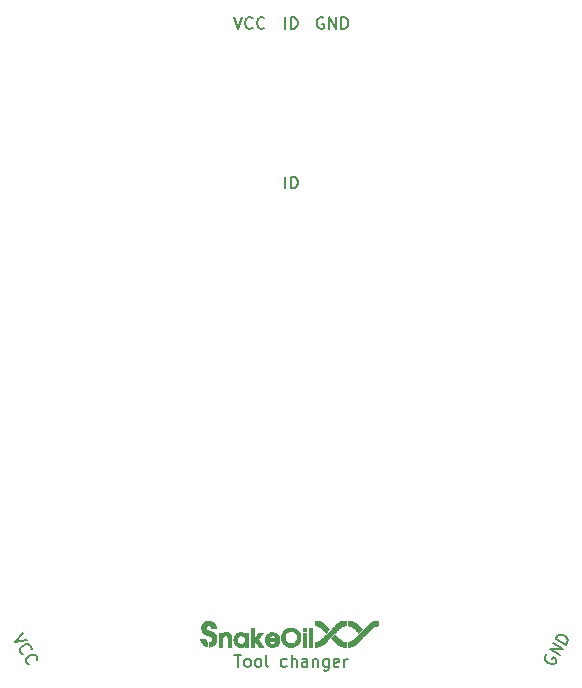
<source format=gto>
G04 #@! TF.GenerationSoftware,KiCad,Pcbnew,5.1.9+dfsg1-1+deb11u1*
G04 #@! TF.CreationDate,2024-03-25T13:58:39+09:00*
G04 #@! TF.ProjectId,base,62617365-2e6b-4696-9361-645f70636258,rev?*
G04 #@! TF.SameCoordinates,Original*
G04 #@! TF.FileFunction,Legend,Top*
G04 #@! TF.FilePolarity,Positive*
%FSLAX46Y46*%
G04 Gerber Fmt 4.6, Leading zero omitted, Abs format (unit mm)*
G04 Created by KiCad (PCBNEW 5.1.9+dfsg1-1+deb11u1) date 2024-03-25 13:58:39*
%MOMM*%
%LPD*%
G01*
G04 APERTURE LIST*
%ADD10C,0.150000*%
%ADD11C,0.010000*%
%ADD12C,7.000000*%
%ADD13C,10.000000*%
%ADD14C,9.500000*%
%ADD15C,2.500000*%
%ADD16C,2.000000*%
G04 APERTURE END LIST*
D10*
X155190476Y-143952380D02*
X155761904Y-143952380D01*
X155476190Y-144952380D02*
X155476190Y-143952380D01*
X156238095Y-144952380D02*
X156142857Y-144904761D01*
X156095238Y-144857142D01*
X156047619Y-144761904D01*
X156047619Y-144476190D01*
X156095238Y-144380952D01*
X156142857Y-144333333D01*
X156238095Y-144285714D01*
X156380952Y-144285714D01*
X156476190Y-144333333D01*
X156523809Y-144380952D01*
X156571428Y-144476190D01*
X156571428Y-144761904D01*
X156523809Y-144857142D01*
X156476190Y-144904761D01*
X156380952Y-144952380D01*
X156238095Y-144952380D01*
X157142857Y-144952380D02*
X157047619Y-144904761D01*
X157000000Y-144857142D01*
X156952380Y-144761904D01*
X156952380Y-144476190D01*
X157000000Y-144380952D01*
X157047619Y-144333333D01*
X157142857Y-144285714D01*
X157285714Y-144285714D01*
X157380952Y-144333333D01*
X157428571Y-144380952D01*
X157476190Y-144476190D01*
X157476190Y-144761904D01*
X157428571Y-144857142D01*
X157380952Y-144904761D01*
X157285714Y-144952380D01*
X157142857Y-144952380D01*
X158047619Y-144952380D02*
X157952380Y-144904761D01*
X157904761Y-144809523D01*
X157904761Y-143952380D01*
X159619047Y-144904761D02*
X159523809Y-144952380D01*
X159333333Y-144952380D01*
X159238095Y-144904761D01*
X159190476Y-144857142D01*
X159142857Y-144761904D01*
X159142857Y-144476190D01*
X159190476Y-144380952D01*
X159238095Y-144333333D01*
X159333333Y-144285714D01*
X159523809Y-144285714D01*
X159619047Y-144333333D01*
X160047619Y-144952380D02*
X160047619Y-143952380D01*
X160476190Y-144952380D02*
X160476190Y-144428571D01*
X160428571Y-144333333D01*
X160333333Y-144285714D01*
X160190476Y-144285714D01*
X160095238Y-144333333D01*
X160047619Y-144380952D01*
X161380952Y-144952380D02*
X161380952Y-144428571D01*
X161333333Y-144333333D01*
X161238095Y-144285714D01*
X161047619Y-144285714D01*
X160952380Y-144333333D01*
X161380952Y-144904761D02*
X161285714Y-144952380D01*
X161047619Y-144952380D01*
X160952380Y-144904761D01*
X160904761Y-144809523D01*
X160904761Y-144714285D01*
X160952380Y-144619047D01*
X161047619Y-144571428D01*
X161285714Y-144571428D01*
X161380952Y-144523809D01*
X161857142Y-144285714D02*
X161857142Y-144952380D01*
X161857142Y-144380952D02*
X161904761Y-144333333D01*
X162000000Y-144285714D01*
X162142857Y-144285714D01*
X162238095Y-144333333D01*
X162285714Y-144428571D01*
X162285714Y-144952380D01*
X163190476Y-144285714D02*
X163190476Y-145095238D01*
X163142857Y-145190476D01*
X163095238Y-145238095D01*
X163000000Y-145285714D01*
X162857142Y-145285714D01*
X162761904Y-145238095D01*
X163190476Y-144904761D02*
X163095238Y-144952380D01*
X162904761Y-144952380D01*
X162809523Y-144904761D01*
X162761904Y-144857142D01*
X162714285Y-144761904D01*
X162714285Y-144476190D01*
X162761904Y-144380952D01*
X162809523Y-144333333D01*
X162904761Y-144285714D01*
X163095238Y-144285714D01*
X163190476Y-144333333D01*
X164047619Y-144904761D02*
X163952380Y-144952380D01*
X163761904Y-144952380D01*
X163666666Y-144904761D01*
X163619047Y-144809523D01*
X163619047Y-144428571D01*
X163666666Y-144333333D01*
X163761904Y-144285714D01*
X163952380Y-144285714D01*
X164047619Y-144333333D01*
X164095238Y-144428571D01*
X164095238Y-144523809D01*
X163619047Y-144619047D01*
X164523809Y-144952380D02*
X164523809Y-144285714D01*
X164523809Y-144476190D02*
X164571428Y-144380952D01*
X164619047Y-144333333D01*
X164714285Y-144285714D01*
X164809523Y-144285714D01*
X181686034Y-143909828D02*
X181597176Y-143968497D01*
X181525747Y-144092215D01*
X181495558Y-144239743D01*
X181530418Y-144369840D01*
X181589087Y-144458699D01*
X181730235Y-144595176D01*
X181853952Y-144666605D01*
X182042719Y-144720604D01*
X182149007Y-144726983D01*
X182279105Y-144692124D01*
X182391773Y-144592215D01*
X182439392Y-144509737D01*
X182469581Y-144362209D01*
X182452151Y-144297161D01*
X182163476Y-144130494D01*
X182068238Y-144295451D01*
X182748916Y-143973626D02*
X181882890Y-143473626D01*
X183034630Y-143478754D01*
X182168605Y-142978754D01*
X183272725Y-143066361D02*
X182406700Y-142566361D01*
X182525747Y-142360165D01*
X182638415Y-142260256D01*
X182768513Y-142225397D01*
X182874801Y-142231776D01*
X183063568Y-142285775D01*
X183187286Y-142357204D01*
X183328434Y-142493681D01*
X183387103Y-142582539D01*
X183421962Y-142712637D01*
X183391773Y-142860165D01*
X183272725Y-143066361D01*
X137307585Y-142071489D02*
X136608226Y-142860165D01*
X137640918Y-142648840D01*
X137309752Y-143884767D02*
X137244704Y-143867338D01*
X137132036Y-143767429D01*
X137084417Y-143684951D01*
X137054227Y-143537423D01*
X137089087Y-143407326D01*
X137147756Y-143318467D01*
X137288904Y-143181990D01*
X137412622Y-143110561D01*
X137601388Y-143056562D01*
X137707676Y-143050183D01*
X137837774Y-143085042D01*
X137950442Y-143184951D01*
X137998061Y-143267429D01*
X138028250Y-143414957D01*
X138010821Y-143480006D01*
X137809752Y-144750793D02*
X137744704Y-144733363D01*
X137632036Y-144633455D01*
X137584417Y-144550976D01*
X137554227Y-144403449D01*
X137589087Y-144273351D01*
X137647756Y-144184493D01*
X137788904Y-144048015D01*
X137912622Y-143976587D01*
X138101388Y-143922588D01*
X138207676Y-143916208D01*
X138337774Y-143951068D01*
X138450442Y-144050976D01*
X138498061Y-144133455D01*
X138528250Y-144280982D01*
X138510821Y-144346031D01*
X159500000Y-104452380D02*
X159500000Y-103452380D01*
X159976190Y-104452380D02*
X159976190Y-103452380D01*
X160214285Y-103452380D01*
X160357142Y-103500000D01*
X160452380Y-103595238D01*
X160500000Y-103690476D01*
X160547619Y-103880952D01*
X160547619Y-104023809D01*
X160500000Y-104214285D01*
X160452380Y-104309523D01*
X160357142Y-104404761D01*
X160214285Y-104452380D01*
X159976190Y-104452380D01*
X162738095Y-90000000D02*
X162642857Y-89952380D01*
X162500000Y-89952380D01*
X162357142Y-90000000D01*
X162261904Y-90095238D01*
X162214285Y-90190476D01*
X162166666Y-90380952D01*
X162166666Y-90523809D01*
X162214285Y-90714285D01*
X162261904Y-90809523D01*
X162357142Y-90904761D01*
X162500000Y-90952380D01*
X162595238Y-90952380D01*
X162738095Y-90904761D01*
X162785714Y-90857142D01*
X162785714Y-90523809D01*
X162595238Y-90523809D01*
X163214285Y-90952380D02*
X163214285Y-89952380D01*
X163785714Y-90952380D01*
X163785714Y-89952380D01*
X164261904Y-90952380D02*
X164261904Y-89952380D01*
X164500000Y-89952380D01*
X164642857Y-90000000D01*
X164738095Y-90095238D01*
X164785714Y-90190476D01*
X164833333Y-90380952D01*
X164833333Y-90523809D01*
X164785714Y-90714285D01*
X164738095Y-90809523D01*
X164642857Y-90904761D01*
X164500000Y-90952380D01*
X164261904Y-90952380D01*
X159500000Y-90952380D02*
X159500000Y-89952380D01*
X159976190Y-90952380D02*
X159976190Y-89952380D01*
X160214285Y-89952380D01*
X160357142Y-90000000D01*
X160452380Y-90095238D01*
X160500000Y-90190476D01*
X160547619Y-90380952D01*
X160547619Y-90523809D01*
X160500000Y-90714285D01*
X160452380Y-90809523D01*
X160357142Y-90904761D01*
X160214285Y-90952380D01*
X159976190Y-90952380D01*
X155166666Y-89952380D02*
X155500000Y-90952380D01*
X155833333Y-89952380D01*
X156738095Y-90857142D02*
X156690476Y-90904761D01*
X156547619Y-90952380D01*
X156452380Y-90952380D01*
X156309523Y-90904761D01*
X156214285Y-90809523D01*
X156166666Y-90714285D01*
X156119047Y-90523809D01*
X156119047Y-90380952D01*
X156166666Y-90190476D01*
X156214285Y-90095238D01*
X156309523Y-90000000D01*
X156452380Y-89952380D01*
X156547619Y-89952380D01*
X156690476Y-90000000D01*
X156738095Y-90047619D01*
X157738095Y-90857142D02*
X157690476Y-90904761D01*
X157547619Y-90952380D01*
X157452380Y-90952380D01*
X157309523Y-90904761D01*
X157214285Y-90809523D01*
X157166666Y-90714285D01*
X157119047Y-90523809D01*
X157119047Y-90380952D01*
X157166666Y-90190476D01*
X157214285Y-90095238D01*
X157309523Y-90000000D01*
X157452380Y-89952380D01*
X157547619Y-89952380D01*
X157690476Y-90000000D01*
X157738095Y-90047619D01*
D11*
G36*
X155762031Y-142028865D02*
G01*
X155793939Y-142029486D01*
X155818496Y-142030878D01*
X155838377Y-142033285D01*
X155856255Y-142036956D01*
X155874803Y-142042135D01*
X155878850Y-142043380D01*
X155939364Y-142066728D01*
X155993096Y-142097743D01*
X156043596Y-142138591D01*
X156058237Y-142152677D01*
X156107450Y-142201660D01*
X156107450Y-142050800D01*
X156374150Y-142050800D01*
X156374150Y-143244600D01*
X156107450Y-143244600D01*
X156107256Y-143166812D01*
X156106862Y-143133203D01*
X156105814Y-143111337D01*
X156104016Y-143100270D01*
X156101372Y-143099058D01*
X156100504Y-143100293D01*
X156089753Y-143113377D01*
X156070893Y-143131230D01*
X156046520Y-143151795D01*
X156019235Y-143173016D01*
X155991636Y-143192834D01*
X155966321Y-143209193D01*
X155954501Y-143215872D01*
X155914054Y-143235291D01*
X155875705Y-143249224D01*
X155835747Y-143258546D01*
X155790478Y-143264133D01*
X155739150Y-143266779D01*
X155703758Y-143267332D01*
X155669532Y-143267067D01*
X155640220Y-143266064D01*
X155619571Y-143264400D01*
X155618500Y-143264254D01*
X155577727Y-143256036D01*
X155531378Y-143242818D01*
X155484133Y-143226226D01*
X155440671Y-143207887D01*
X155408950Y-143191407D01*
X155338184Y-143142389D01*
X155276561Y-143084859D01*
X155224435Y-143019470D01*
X155182159Y-142946877D01*
X155150086Y-142867734D01*
X155128571Y-142782696D01*
X155117968Y-142692418D01*
X155117033Y-142657650D01*
X155408950Y-142657650D01*
X155414334Y-142727751D01*
X155430270Y-142791168D01*
X155456435Y-142847457D01*
X155492505Y-142896174D01*
X155538155Y-142936877D01*
X155593062Y-142969120D01*
X155652441Y-142991210D01*
X155688691Y-142998350D01*
X155732365Y-143002028D01*
X155778653Y-143002190D01*
X155822747Y-142998778D01*
X155852859Y-142993522D01*
X155910951Y-142973665D01*
X155962804Y-142943432D01*
X156007111Y-142903855D01*
X156042560Y-142855963D01*
X156053580Y-142835504D01*
X156080309Y-142769526D01*
X156095063Y-142704754D01*
X156098156Y-142639194D01*
X156092771Y-142586802D01*
X156076109Y-142519211D01*
X156049777Y-142459125D01*
X156014513Y-142407186D01*
X155971053Y-142364031D01*
X155920135Y-142330301D01*
X155862496Y-142306636D01*
X155798872Y-142293674D01*
X155752244Y-142291302D01*
X155686104Y-142296410D01*
X155627535Y-142311049D01*
X155575131Y-142335768D01*
X155527489Y-142371112D01*
X155513605Y-142384175D01*
X155471680Y-142434181D01*
X155440487Y-142490696D01*
X155419951Y-142553915D01*
X155409996Y-142624033D01*
X155408950Y-142657650D01*
X155117033Y-142657650D01*
X155116850Y-142650875D01*
X155122393Y-142560316D01*
X155138718Y-142473511D01*
X155165370Y-142391591D01*
X155201894Y-142315688D01*
X155247834Y-142246931D01*
X155302733Y-142186452D01*
X155304640Y-142184659D01*
X155343298Y-142150620D01*
X155379857Y-142123659D01*
X155419369Y-142100357D01*
X155455474Y-142082528D01*
X155497932Y-142063756D01*
X155535460Y-142049813D01*
X155571370Y-142040025D01*
X155608975Y-142033719D01*
X155651587Y-142030222D01*
X155702521Y-142028861D01*
X155720100Y-142028768D01*
X155762031Y-142028865D01*
G37*
X155762031Y-142028865D02*
X155793939Y-142029486D01*
X155818496Y-142030878D01*
X155838377Y-142033285D01*
X155856255Y-142036956D01*
X155874803Y-142042135D01*
X155878850Y-142043380D01*
X155939364Y-142066728D01*
X155993096Y-142097743D01*
X156043596Y-142138591D01*
X156058237Y-142152677D01*
X156107450Y-142201660D01*
X156107450Y-142050800D01*
X156374150Y-142050800D01*
X156374150Y-143244600D01*
X156107450Y-143244600D01*
X156107256Y-143166812D01*
X156106862Y-143133203D01*
X156105814Y-143111337D01*
X156104016Y-143100270D01*
X156101372Y-143099058D01*
X156100504Y-143100293D01*
X156089753Y-143113377D01*
X156070893Y-143131230D01*
X156046520Y-143151795D01*
X156019235Y-143173016D01*
X155991636Y-143192834D01*
X155966321Y-143209193D01*
X155954501Y-143215872D01*
X155914054Y-143235291D01*
X155875705Y-143249224D01*
X155835747Y-143258546D01*
X155790478Y-143264133D01*
X155739150Y-143266779D01*
X155703758Y-143267332D01*
X155669532Y-143267067D01*
X155640220Y-143266064D01*
X155619571Y-143264400D01*
X155618500Y-143264254D01*
X155577727Y-143256036D01*
X155531378Y-143242818D01*
X155484133Y-143226226D01*
X155440671Y-143207887D01*
X155408950Y-143191407D01*
X155338184Y-143142389D01*
X155276561Y-143084859D01*
X155224435Y-143019470D01*
X155182159Y-142946877D01*
X155150086Y-142867734D01*
X155128571Y-142782696D01*
X155117968Y-142692418D01*
X155117033Y-142657650D01*
X155408950Y-142657650D01*
X155414334Y-142727751D01*
X155430270Y-142791168D01*
X155456435Y-142847457D01*
X155492505Y-142896174D01*
X155538155Y-142936877D01*
X155593062Y-142969120D01*
X155652441Y-142991210D01*
X155688691Y-142998350D01*
X155732365Y-143002028D01*
X155778653Y-143002190D01*
X155822747Y-142998778D01*
X155852859Y-142993522D01*
X155910951Y-142973665D01*
X155962804Y-142943432D01*
X156007111Y-142903855D01*
X156042560Y-142855963D01*
X156053580Y-142835504D01*
X156080309Y-142769526D01*
X156095063Y-142704754D01*
X156098156Y-142639194D01*
X156092771Y-142586802D01*
X156076109Y-142519211D01*
X156049777Y-142459125D01*
X156014513Y-142407186D01*
X155971053Y-142364031D01*
X155920135Y-142330301D01*
X155862496Y-142306636D01*
X155798872Y-142293674D01*
X155752244Y-142291302D01*
X155686104Y-142296410D01*
X155627535Y-142311049D01*
X155575131Y-142335768D01*
X155527489Y-142371112D01*
X155513605Y-142384175D01*
X155471680Y-142434181D01*
X155440487Y-142490696D01*
X155419951Y-142553915D01*
X155409996Y-142624033D01*
X155408950Y-142657650D01*
X155117033Y-142657650D01*
X155116850Y-142650875D01*
X155122393Y-142560316D01*
X155138718Y-142473511D01*
X155165370Y-142391591D01*
X155201894Y-142315688D01*
X155247834Y-142246931D01*
X155302733Y-142186452D01*
X155304640Y-142184659D01*
X155343298Y-142150620D01*
X155379857Y-142123659D01*
X155419369Y-142100357D01*
X155455474Y-142082528D01*
X155497932Y-142063756D01*
X155535460Y-142049813D01*
X155571370Y-142040025D01*
X155608975Y-142033719D01*
X155651587Y-142030222D01*
X155702521Y-142028861D01*
X155720100Y-142028768D01*
X155762031Y-142028865D01*
G36*
X158469380Y-142027971D02*
G01*
X158501150Y-142031330D01*
X158584657Y-142049773D01*
X158663403Y-142079593D01*
X158736491Y-142120068D01*
X158803027Y-142170479D01*
X158862114Y-142230103D01*
X158912856Y-142298220D01*
X158954359Y-142374110D01*
X158968590Y-142407541D01*
X158987684Y-142462602D01*
X159000821Y-142516745D01*
X159008700Y-142573970D01*
X159012020Y-142638280D01*
X159012225Y-142657225D01*
X159012054Y-142691496D01*
X159011349Y-142721843D01*
X159010211Y-142745715D01*
X159008740Y-142760563D01*
X159008011Y-142763587D01*
X159006559Y-142765708D01*
X159003489Y-142767541D01*
X158997934Y-142769108D01*
X158989029Y-142770429D01*
X158975905Y-142771525D01*
X158957697Y-142772417D01*
X158933537Y-142773126D01*
X158902559Y-142773671D01*
X158863896Y-142774076D01*
X158816680Y-142774359D01*
X158760046Y-142774542D01*
X158693126Y-142774646D01*
X158615054Y-142774691D01*
X158545360Y-142774700D01*
X158087273Y-142774700D01*
X158091559Y-142792162D01*
X158104756Y-142828015D01*
X158126105Y-142865671D01*
X158152826Y-142900459D01*
X158161357Y-142909519D01*
X158206231Y-142947099D01*
X158256908Y-142974789D01*
X158314402Y-142992962D01*
X158379723Y-143001989D01*
X158416593Y-143003191D01*
X158478819Y-142999367D01*
X158532957Y-142987137D01*
X158581089Y-142965705D01*
X158625294Y-142934274D01*
X158645614Y-142915516D01*
X158672354Y-142889000D01*
X158984855Y-142889000D01*
X158980430Y-142903287D01*
X158962589Y-142946147D01*
X158934985Y-142992812D01*
X158899093Y-143041174D01*
X158856390Y-143089124D01*
X158836723Y-143108686D01*
X158782263Y-143155946D01*
X158726589Y-143193497D01*
X158666305Y-143223241D01*
X158598011Y-143247079D01*
X158580775Y-143251936D01*
X158553569Y-143257331D01*
X158517150Y-143261779D01*
X158474979Y-143265121D01*
X158430520Y-143267197D01*
X158387234Y-143267846D01*
X158348582Y-143266909D01*
X158318029Y-143264226D01*
X158317250Y-143264114D01*
X158230464Y-143245388D01*
X158148399Y-143215818D01*
X158072014Y-143176194D01*
X158002265Y-143127310D01*
X157940110Y-143069957D01*
X157886507Y-143004927D01*
X157842412Y-142933012D01*
X157808785Y-142855004D01*
X157803542Y-142839194D01*
X157783008Y-142753645D01*
X157774645Y-142667024D01*
X157778175Y-142580621D01*
X157788864Y-142520700D01*
X158076052Y-142520700D01*
X158730855Y-142520700D01*
X158726843Y-142506412D01*
X158716318Y-142477920D01*
X158700630Y-142446053D01*
X158682212Y-142415029D01*
X158663495Y-142389063D01*
X158651908Y-142376511D01*
X158609742Y-142342995D01*
X158564809Y-142318478D01*
X158514902Y-142302194D01*
X158457815Y-142293377D01*
X158405846Y-142291188D01*
X158370597Y-142291507D01*
X158343719Y-142293140D01*
X158320904Y-142296661D01*
X158297844Y-142302644D01*
X158282021Y-142307681D01*
X158223957Y-142332397D01*
X158175259Y-142365245D01*
X158135094Y-142407020D01*
X158102625Y-142458519D01*
X158086770Y-142493712D01*
X158076052Y-142520700D01*
X157788864Y-142520700D01*
X157793320Y-142495727D01*
X157819802Y-142413633D01*
X157857344Y-142335629D01*
X157905668Y-142263006D01*
X157935279Y-142227446D01*
X157984754Y-142179783D01*
X158043634Y-142135437D01*
X158108700Y-142096374D01*
X158176729Y-142064562D01*
X158234700Y-142044629D01*
X158272520Y-142036545D01*
X158318892Y-142030638D01*
X158369821Y-142027107D01*
X158421315Y-142026152D01*
X158469380Y-142027971D01*
G37*
X158469380Y-142027971D02*
X158501150Y-142031330D01*
X158584657Y-142049773D01*
X158663403Y-142079593D01*
X158736491Y-142120068D01*
X158803027Y-142170479D01*
X158862114Y-142230103D01*
X158912856Y-142298220D01*
X158954359Y-142374110D01*
X158968590Y-142407541D01*
X158987684Y-142462602D01*
X159000821Y-142516745D01*
X159008700Y-142573970D01*
X159012020Y-142638280D01*
X159012225Y-142657225D01*
X159012054Y-142691496D01*
X159011349Y-142721843D01*
X159010211Y-142745715D01*
X159008740Y-142760563D01*
X159008011Y-142763587D01*
X159006559Y-142765708D01*
X159003489Y-142767541D01*
X158997934Y-142769108D01*
X158989029Y-142770429D01*
X158975905Y-142771525D01*
X158957697Y-142772417D01*
X158933537Y-142773126D01*
X158902559Y-142773671D01*
X158863896Y-142774076D01*
X158816680Y-142774359D01*
X158760046Y-142774542D01*
X158693126Y-142774646D01*
X158615054Y-142774691D01*
X158545360Y-142774700D01*
X158087273Y-142774700D01*
X158091559Y-142792162D01*
X158104756Y-142828015D01*
X158126105Y-142865671D01*
X158152826Y-142900459D01*
X158161357Y-142909519D01*
X158206231Y-142947099D01*
X158256908Y-142974789D01*
X158314402Y-142992962D01*
X158379723Y-143001989D01*
X158416593Y-143003191D01*
X158478819Y-142999367D01*
X158532957Y-142987137D01*
X158581089Y-142965705D01*
X158625294Y-142934274D01*
X158645614Y-142915516D01*
X158672354Y-142889000D01*
X158984855Y-142889000D01*
X158980430Y-142903287D01*
X158962589Y-142946147D01*
X158934985Y-142992812D01*
X158899093Y-143041174D01*
X158856390Y-143089124D01*
X158836723Y-143108686D01*
X158782263Y-143155946D01*
X158726589Y-143193497D01*
X158666305Y-143223241D01*
X158598011Y-143247079D01*
X158580775Y-143251936D01*
X158553569Y-143257331D01*
X158517150Y-143261779D01*
X158474979Y-143265121D01*
X158430520Y-143267197D01*
X158387234Y-143267846D01*
X158348582Y-143266909D01*
X158318029Y-143264226D01*
X158317250Y-143264114D01*
X158230464Y-143245388D01*
X158148399Y-143215818D01*
X158072014Y-143176194D01*
X158002265Y-143127310D01*
X157940110Y-143069957D01*
X157886507Y-143004927D01*
X157842412Y-142933012D01*
X157808785Y-142855004D01*
X157803542Y-142839194D01*
X157783008Y-142753645D01*
X157774645Y-142667024D01*
X157778175Y-142580621D01*
X157788864Y-142520700D01*
X158076052Y-142520700D01*
X158730855Y-142520700D01*
X158726843Y-142506412D01*
X158716318Y-142477920D01*
X158700630Y-142446053D01*
X158682212Y-142415029D01*
X158663495Y-142389063D01*
X158651908Y-142376511D01*
X158609742Y-142342995D01*
X158564809Y-142318478D01*
X158514902Y-142302194D01*
X158457815Y-142293377D01*
X158405846Y-142291188D01*
X158370597Y-142291507D01*
X158343719Y-142293140D01*
X158320904Y-142296661D01*
X158297844Y-142302644D01*
X158282021Y-142307681D01*
X158223957Y-142332397D01*
X158175259Y-142365245D01*
X158135094Y-142407020D01*
X158102625Y-142458519D01*
X158086770Y-142493712D01*
X158076052Y-142520700D01*
X157788864Y-142520700D01*
X157793320Y-142495727D01*
X157819802Y-142413633D01*
X157857344Y-142335629D01*
X157905668Y-142263006D01*
X157935279Y-142227446D01*
X157984754Y-142179783D01*
X158043634Y-142135437D01*
X158108700Y-142096374D01*
X158176729Y-142064562D01*
X158234700Y-142044629D01*
X158272520Y-142036545D01*
X158318892Y-142030638D01*
X158369821Y-142027107D01*
X158421315Y-142026152D01*
X158469380Y-142027971D01*
G36*
X160024867Y-141629879D02*
G01*
X160077986Y-141633093D01*
X160124699Y-141638582D01*
X160149931Y-141643367D01*
X160251673Y-141672930D01*
X160346142Y-141712885D01*
X160433245Y-141763168D01*
X160512889Y-141823713D01*
X160584980Y-141894454D01*
X160649424Y-141975327D01*
X160670319Y-142006268D01*
X160716613Y-142089146D01*
X160753038Y-142178436D01*
X160779148Y-142272089D01*
X160794494Y-142368057D01*
X160798629Y-142464290D01*
X160791104Y-142558740D01*
X160791095Y-142558800D01*
X160782849Y-142610150D01*
X160773854Y-142653443D01*
X160762884Y-142693310D01*
X160748711Y-142734383D01*
X160735910Y-142767119D01*
X160692262Y-142858564D01*
X160638734Y-142942365D01*
X160575966Y-143017990D01*
X160504600Y-143084907D01*
X160425279Y-143142582D01*
X160338644Y-143190483D01*
X160245337Y-143228076D01*
X160149225Y-143254155D01*
X160118318Y-143259021D01*
X160078302Y-143262919D01*
X160032737Y-143265729D01*
X159985184Y-143267329D01*
X159939206Y-143267600D01*
X159898363Y-143266420D01*
X159866650Y-143263727D01*
X159768073Y-143244467D01*
X159673039Y-143213646D01*
X159582612Y-143171994D01*
X159497860Y-143120241D01*
X159419849Y-143059116D01*
X159349646Y-142989350D01*
X159288316Y-142911672D01*
X159241926Y-142836229D01*
X159202555Y-142750864D01*
X159173028Y-142659921D01*
X159153853Y-142565903D01*
X159145535Y-142471309D01*
X159146988Y-142427110D01*
X159447425Y-142427110D01*
X159448003Y-142486001D01*
X159453288Y-142541546D01*
X159460789Y-142579963D01*
X159487262Y-142659227D01*
X159524080Y-142731572D01*
X159570532Y-142796310D01*
X159625908Y-142852754D01*
X159689495Y-142900217D01*
X159760584Y-142938010D01*
X159838463Y-142965446D01*
X159866650Y-142972356D01*
X159918662Y-142979951D01*
X159977194Y-142982189D01*
X160037311Y-142979200D01*
X160094080Y-142971112D01*
X160117475Y-142965777D01*
X160191522Y-142940135D01*
X160260053Y-142903775D01*
X160321833Y-142857691D01*
X160375627Y-142802877D01*
X160420201Y-142740324D01*
X160437868Y-142708025D01*
X160469241Y-142632095D01*
X160489159Y-142554775D01*
X160498053Y-142477149D01*
X160496355Y-142400301D01*
X160484495Y-142325318D01*
X160462905Y-142253282D01*
X160432016Y-142185280D01*
X160392259Y-142122396D01*
X160344066Y-142065715D01*
X160287868Y-142016322D01*
X160224095Y-141975301D01*
X160153179Y-141943737D01*
X160131174Y-141936457D01*
X160058113Y-141919857D01*
X159983467Y-141913710D01*
X159919831Y-141917224D01*
X159839847Y-141931666D01*
X159768582Y-141954122D01*
X159704329Y-141985348D01*
X159645383Y-142026103D01*
X159614626Y-142052837D01*
X159558807Y-142113344D01*
X159513931Y-142180295D01*
X159479975Y-142253727D01*
X159460416Y-142318176D01*
X159451560Y-142369594D01*
X159447425Y-142427110D01*
X159146988Y-142427110D01*
X159148583Y-142378643D01*
X159148777Y-142376699D01*
X159165254Y-142272303D01*
X159192870Y-142173586D01*
X159231293Y-142081036D01*
X159280188Y-141995142D01*
X159339223Y-141916394D01*
X159408065Y-141845281D01*
X159486382Y-141782290D01*
X159573841Y-141727911D01*
X159599611Y-141714451D01*
X159647673Y-141693060D01*
X159703789Y-141672585D01*
X159763330Y-141654566D01*
X159821665Y-141640542D01*
X159822200Y-141640432D01*
X159864009Y-141634217D01*
X159914186Y-141630408D01*
X159969036Y-141628973D01*
X160024867Y-141629879D01*
G37*
X160024867Y-141629879D02*
X160077986Y-141633093D01*
X160124699Y-141638582D01*
X160149931Y-141643367D01*
X160251673Y-141672930D01*
X160346142Y-141712885D01*
X160433245Y-141763168D01*
X160512889Y-141823713D01*
X160584980Y-141894454D01*
X160649424Y-141975327D01*
X160670319Y-142006268D01*
X160716613Y-142089146D01*
X160753038Y-142178436D01*
X160779148Y-142272089D01*
X160794494Y-142368057D01*
X160798629Y-142464290D01*
X160791104Y-142558740D01*
X160791095Y-142558800D01*
X160782849Y-142610150D01*
X160773854Y-142653443D01*
X160762884Y-142693310D01*
X160748711Y-142734383D01*
X160735910Y-142767119D01*
X160692262Y-142858564D01*
X160638734Y-142942365D01*
X160575966Y-143017990D01*
X160504600Y-143084907D01*
X160425279Y-143142582D01*
X160338644Y-143190483D01*
X160245337Y-143228076D01*
X160149225Y-143254155D01*
X160118318Y-143259021D01*
X160078302Y-143262919D01*
X160032737Y-143265729D01*
X159985184Y-143267329D01*
X159939206Y-143267600D01*
X159898363Y-143266420D01*
X159866650Y-143263727D01*
X159768073Y-143244467D01*
X159673039Y-143213646D01*
X159582612Y-143171994D01*
X159497860Y-143120241D01*
X159419849Y-143059116D01*
X159349646Y-142989350D01*
X159288316Y-142911672D01*
X159241926Y-142836229D01*
X159202555Y-142750864D01*
X159173028Y-142659921D01*
X159153853Y-142565903D01*
X159145535Y-142471309D01*
X159146988Y-142427110D01*
X159447425Y-142427110D01*
X159448003Y-142486001D01*
X159453288Y-142541546D01*
X159460789Y-142579963D01*
X159487262Y-142659227D01*
X159524080Y-142731572D01*
X159570532Y-142796310D01*
X159625908Y-142852754D01*
X159689495Y-142900217D01*
X159760584Y-142938010D01*
X159838463Y-142965446D01*
X159866650Y-142972356D01*
X159918662Y-142979951D01*
X159977194Y-142982189D01*
X160037311Y-142979200D01*
X160094080Y-142971112D01*
X160117475Y-142965777D01*
X160191522Y-142940135D01*
X160260053Y-142903775D01*
X160321833Y-142857691D01*
X160375627Y-142802877D01*
X160420201Y-142740324D01*
X160437868Y-142708025D01*
X160469241Y-142632095D01*
X160489159Y-142554775D01*
X160498053Y-142477149D01*
X160496355Y-142400301D01*
X160484495Y-142325318D01*
X160462905Y-142253282D01*
X160432016Y-142185280D01*
X160392259Y-142122396D01*
X160344066Y-142065715D01*
X160287868Y-142016322D01*
X160224095Y-141975301D01*
X160153179Y-141943737D01*
X160131174Y-141936457D01*
X160058113Y-141919857D01*
X159983467Y-141913710D01*
X159919831Y-141917224D01*
X159839847Y-141931666D01*
X159768582Y-141954122D01*
X159704329Y-141985348D01*
X159645383Y-142026103D01*
X159614626Y-142052837D01*
X159558807Y-142113344D01*
X159513931Y-142180295D01*
X159479975Y-142253727D01*
X159460416Y-142318176D01*
X159451560Y-142369594D01*
X159447425Y-142427110D01*
X159146988Y-142427110D01*
X159148583Y-142378643D01*
X159148777Y-142376699D01*
X159165254Y-142272303D01*
X159192870Y-142173586D01*
X159231293Y-142081036D01*
X159280188Y-141995142D01*
X159339223Y-141916394D01*
X159408065Y-141845281D01*
X159486382Y-141782290D01*
X159573841Y-141727911D01*
X159599611Y-141714451D01*
X159647673Y-141693060D01*
X159703789Y-141672585D01*
X159763330Y-141654566D01*
X159821665Y-141640542D01*
X159822200Y-141640432D01*
X159864009Y-141634217D01*
X159914186Y-141630408D01*
X159969036Y-141628973D01*
X160024867Y-141629879D01*
G36*
X164621299Y-141246371D02*
G01*
X164622973Y-141453900D01*
X164575379Y-141453899D01*
X164497014Y-141459486D01*
X164416745Y-141475554D01*
X164337498Y-141501071D01*
X164262196Y-141535002D01*
X164193766Y-141576313D01*
X164162425Y-141599915D01*
X164155800Y-141606117D01*
X164140692Y-141620781D01*
X164117610Y-141643404D01*
X164087064Y-141673479D01*
X164049562Y-141710501D01*
X164005615Y-141753967D01*
X163955731Y-141803371D01*
X163900421Y-141858208D01*
X163840194Y-141917973D01*
X163775559Y-141982161D01*
X163707026Y-142050268D01*
X163635104Y-142121788D01*
X163560303Y-142196217D01*
X163483132Y-142273049D01*
X163467100Y-142289016D01*
X163372491Y-142383243D01*
X163286438Y-142468928D01*
X163208506Y-142546497D01*
X163138256Y-142616376D01*
X163075253Y-142678990D01*
X163019059Y-142734766D01*
X162969238Y-142784129D01*
X162925354Y-142827504D01*
X162886968Y-142865318D01*
X162853645Y-142897996D01*
X162824947Y-142925964D01*
X162800439Y-142949647D01*
X162779683Y-142969472D01*
X162762242Y-142985863D01*
X162747680Y-142999246D01*
X162735560Y-143010048D01*
X162725445Y-143018694D01*
X162716898Y-143025609D01*
X162709483Y-143031220D01*
X162702763Y-143035952D01*
X162696453Y-143040132D01*
X162680553Y-143050732D01*
X162669558Y-143058618D01*
X162667000Y-143060806D01*
X162656943Y-143068792D01*
X162637859Y-143080981D01*
X162612163Y-143096065D01*
X162582268Y-143112732D01*
X162550587Y-143129675D01*
X162519535Y-143145582D01*
X162491527Y-143159144D01*
X162468975Y-143169051D01*
X162463800Y-143171054D01*
X162392378Y-143196174D01*
X162328769Y-143215545D01*
X162269845Y-143229869D01*
X162212481Y-143239848D01*
X162153548Y-143246184D01*
X162119312Y-143248371D01*
X162032000Y-143252797D01*
X162032000Y-142840070D01*
X162100133Y-142835665D01*
X162185570Y-142824905D01*
X162266280Y-142803577D01*
X162344668Y-142770925D01*
X162397125Y-142742314D01*
X162424571Y-142725103D01*
X162452216Y-142706348D01*
X162475074Y-142689465D01*
X162479675Y-142685757D01*
X162487738Y-142678322D01*
X162504268Y-142662419D01*
X162528747Y-142638558D01*
X162560662Y-142607251D01*
X162599495Y-142569008D01*
X162644731Y-142524339D01*
X162695855Y-142473756D01*
X162752350Y-142417769D01*
X162813702Y-142356890D01*
X162879394Y-142291628D01*
X162948911Y-142222495D01*
X163021738Y-142150001D01*
X163097357Y-142074657D01*
X163175255Y-141996974D01*
X163200400Y-141971884D01*
X163278880Y-141893630D01*
X163355249Y-141817615D01*
X163428991Y-141744346D01*
X163499591Y-141674328D01*
X163566534Y-141608069D01*
X163629305Y-141546074D01*
X163687388Y-141488851D01*
X163740270Y-141436905D01*
X163787434Y-141390742D01*
X163828366Y-141350871D01*
X163862551Y-141317796D01*
X163889474Y-141292024D01*
X163908620Y-141274062D01*
X163919473Y-141264417D01*
X163921125Y-141263160D01*
X163938574Y-141251213D01*
X163951374Y-141241846D01*
X163956050Y-141237811D01*
X163964303Y-141231223D01*
X163981494Y-141220247D01*
X164005220Y-141206216D01*
X164033080Y-141190464D01*
X164062673Y-141174323D01*
X164091596Y-141159127D01*
X164117449Y-141146208D01*
X164137830Y-141136900D01*
X164137840Y-141136896D01*
X164162443Y-141126567D01*
X164183768Y-141117576D01*
X164198140Y-141111473D01*
X164200525Y-141110447D01*
X164245287Y-141093905D01*
X164299495Y-141078491D01*
X164359907Y-141064832D01*
X164423277Y-141053557D01*
X164486364Y-141045295D01*
X164545921Y-141040674D01*
X164563727Y-141040067D01*
X164619625Y-141038843D01*
X164621299Y-141246371D01*
G37*
X164621299Y-141246371D02*
X164622973Y-141453900D01*
X164575379Y-141453899D01*
X164497014Y-141459486D01*
X164416745Y-141475554D01*
X164337498Y-141501071D01*
X164262196Y-141535002D01*
X164193766Y-141576313D01*
X164162425Y-141599915D01*
X164155800Y-141606117D01*
X164140692Y-141620781D01*
X164117610Y-141643404D01*
X164087064Y-141673479D01*
X164049562Y-141710501D01*
X164005615Y-141753967D01*
X163955731Y-141803371D01*
X163900421Y-141858208D01*
X163840194Y-141917973D01*
X163775559Y-141982161D01*
X163707026Y-142050268D01*
X163635104Y-142121788D01*
X163560303Y-142196217D01*
X163483132Y-142273049D01*
X163467100Y-142289016D01*
X163372491Y-142383243D01*
X163286438Y-142468928D01*
X163208506Y-142546497D01*
X163138256Y-142616376D01*
X163075253Y-142678990D01*
X163019059Y-142734766D01*
X162969238Y-142784129D01*
X162925354Y-142827504D01*
X162886968Y-142865318D01*
X162853645Y-142897996D01*
X162824947Y-142925964D01*
X162800439Y-142949647D01*
X162779683Y-142969472D01*
X162762242Y-142985863D01*
X162747680Y-142999246D01*
X162735560Y-143010048D01*
X162725445Y-143018694D01*
X162716898Y-143025609D01*
X162709483Y-143031220D01*
X162702763Y-143035952D01*
X162696453Y-143040132D01*
X162680553Y-143050732D01*
X162669558Y-143058618D01*
X162667000Y-143060806D01*
X162656943Y-143068792D01*
X162637859Y-143080981D01*
X162612163Y-143096065D01*
X162582268Y-143112732D01*
X162550587Y-143129675D01*
X162519535Y-143145582D01*
X162491527Y-143159144D01*
X162468975Y-143169051D01*
X162463800Y-143171054D01*
X162392378Y-143196174D01*
X162328769Y-143215545D01*
X162269845Y-143229869D01*
X162212481Y-143239848D01*
X162153548Y-143246184D01*
X162119312Y-143248371D01*
X162032000Y-143252797D01*
X162032000Y-142840070D01*
X162100133Y-142835665D01*
X162185570Y-142824905D01*
X162266280Y-142803577D01*
X162344668Y-142770925D01*
X162397125Y-142742314D01*
X162424571Y-142725103D01*
X162452216Y-142706348D01*
X162475074Y-142689465D01*
X162479675Y-142685757D01*
X162487738Y-142678322D01*
X162504268Y-142662419D01*
X162528747Y-142638558D01*
X162560662Y-142607251D01*
X162599495Y-142569008D01*
X162644731Y-142524339D01*
X162695855Y-142473756D01*
X162752350Y-142417769D01*
X162813702Y-142356890D01*
X162879394Y-142291628D01*
X162948911Y-142222495D01*
X163021738Y-142150001D01*
X163097357Y-142074657D01*
X163175255Y-141996974D01*
X163200400Y-141971884D01*
X163278880Y-141893630D01*
X163355249Y-141817615D01*
X163428991Y-141744346D01*
X163499591Y-141674328D01*
X163566534Y-141608069D01*
X163629305Y-141546074D01*
X163687388Y-141488851D01*
X163740270Y-141436905D01*
X163787434Y-141390742D01*
X163828366Y-141350871D01*
X163862551Y-141317796D01*
X163889474Y-141292024D01*
X163908620Y-141274062D01*
X163919473Y-141264417D01*
X163921125Y-141263160D01*
X163938574Y-141251213D01*
X163951374Y-141241846D01*
X163956050Y-141237811D01*
X163964303Y-141231223D01*
X163981494Y-141220247D01*
X164005220Y-141206216D01*
X164033080Y-141190464D01*
X164062673Y-141174323D01*
X164091596Y-141159127D01*
X164117449Y-141146208D01*
X164137830Y-141136900D01*
X164137840Y-141136896D01*
X164162443Y-141126567D01*
X164183768Y-141117576D01*
X164198140Y-141111473D01*
X164200525Y-141110447D01*
X164245287Y-141093905D01*
X164299495Y-141078491D01*
X164359907Y-141064832D01*
X164423277Y-141053557D01*
X164486364Y-141045295D01*
X164545921Y-141040674D01*
X164563727Y-141040067D01*
X164619625Y-141038843D01*
X164621299Y-141246371D01*
G36*
X163703230Y-142245656D02*
G01*
X163716699Y-142258153D01*
X163737365Y-142277930D01*
X163764348Y-142304126D01*
X163796765Y-142335882D01*
X163833736Y-142372336D01*
X163874379Y-142412629D01*
X163917813Y-142455899D01*
X163923923Y-142462003D01*
X163980614Y-142518448D01*
X164029286Y-142566438D01*
X164070703Y-142606691D01*
X164105633Y-142639923D01*
X164134841Y-142666850D01*
X164159093Y-142688190D01*
X164179156Y-142704659D01*
X164195794Y-142716973D01*
X164198256Y-142718650D01*
X164272854Y-142763481D01*
X164347142Y-142796866D01*
X164423784Y-142819707D01*
X164505445Y-142832905D01*
X164545012Y-142835964D01*
X164622800Y-142840159D01*
X164622800Y-143250950D01*
X164560887Y-143250018D01*
X164527439Y-143249087D01*
X164492571Y-143247423D01*
X164462354Y-143245335D01*
X164454525Y-143244614D01*
X164424990Y-143240859D01*
X164390773Y-143235309D01*
X164355812Y-143228725D01*
X164324047Y-143221869D01*
X164299414Y-143215502D01*
X164292600Y-143213318D01*
X164278878Y-143208766D01*
X164257350Y-143201915D01*
X164232367Y-143194148D01*
X164229100Y-143193145D01*
X164209051Y-143185975D01*
X164182045Y-143174888D01*
X164150462Y-143161016D01*
X164116683Y-143145492D01*
X164083089Y-143129451D01*
X164052062Y-143114026D01*
X164025982Y-143100350D01*
X164007231Y-143089556D01*
X163998926Y-143083585D01*
X163988807Y-143075696D01*
X163972698Y-143064947D01*
X163965575Y-143060547D01*
X163949797Y-143050666D01*
X163939115Y-143043279D01*
X163937000Y-143041438D01*
X163930765Y-143036061D01*
X163917009Y-143025141D01*
X163898367Y-143010761D01*
X163892550Y-143006336D01*
X163879789Y-142995575D01*
X163859159Y-142976820D01*
X163831726Y-142951097D01*
X163798559Y-142919433D01*
X163760726Y-142882856D01*
X163719296Y-142842393D01*
X163675337Y-142799070D01*
X163629916Y-142753914D01*
X163628009Y-142752009D01*
X163404743Y-142528978D01*
X163548685Y-142385139D01*
X163583843Y-142350162D01*
X163616216Y-142318256D01*
X163644697Y-142290489D01*
X163668178Y-142267929D01*
X163685551Y-142251644D01*
X163695710Y-142242702D01*
X163697840Y-142241300D01*
X163703230Y-142245656D01*
G37*
X163703230Y-142245656D02*
X163716699Y-142258153D01*
X163737365Y-142277930D01*
X163764348Y-142304126D01*
X163796765Y-142335882D01*
X163833736Y-142372336D01*
X163874379Y-142412629D01*
X163917813Y-142455899D01*
X163923923Y-142462003D01*
X163980614Y-142518448D01*
X164029286Y-142566438D01*
X164070703Y-142606691D01*
X164105633Y-142639923D01*
X164134841Y-142666850D01*
X164159093Y-142688190D01*
X164179156Y-142704659D01*
X164195794Y-142716973D01*
X164198256Y-142718650D01*
X164272854Y-142763481D01*
X164347142Y-142796866D01*
X164423784Y-142819707D01*
X164505445Y-142832905D01*
X164545012Y-142835964D01*
X164622800Y-142840159D01*
X164622800Y-143250950D01*
X164560887Y-143250018D01*
X164527439Y-143249087D01*
X164492571Y-143247423D01*
X164462354Y-143245335D01*
X164454525Y-143244614D01*
X164424990Y-143240859D01*
X164390773Y-143235309D01*
X164355812Y-143228725D01*
X164324047Y-143221869D01*
X164299414Y-143215502D01*
X164292600Y-143213318D01*
X164278878Y-143208766D01*
X164257350Y-143201915D01*
X164232367Y-143194148D01*
X164229100Y-143193145D01*
X164209051Y-143185975D01*
X164182045Y-143174888D01*
X164150462Y-143161016D01*
X164116683Y-143145492D01*
X164083089Y-143129451D01*
X164052062Y-143114026D01*
X164025982Y-143100350D01*
X164007231Y-143089556D01*
X163998926Y-143083585D01*
X163988807Y-143075696D01*
X163972698Y-143064947D01*
X163965575Y-143060547D01*
X163949797Y-143050666D01*
X163939115Y-143043279D01*
X163937000Y-143041438D01*
X163930765Y-143036061D01*
X163917009Y-143025141D01*
X163898367Y-143010761D01*
X163892550Y-143006336D01*
X163879789Y-142995575D01*
X163859159Y-142976820D01*
X163831726Y-142951097D01*
X163798559Y-142919433D01*
X163760726Y-142882856D01*
X163719296Y-142842393D01*
X163675337Y-142799070D01*
X163629916Y-142753914D01*
X163628009Y-142752009D01*
X163404743Y-142528978D01*
X163548685Y-142385139D01*
X163583843Y-142350162D01*
X163616216Y-142318256D01*
X163644697Y-142290489D01*
X163668178Y-142267929D01*
X163685551Y-142251644D01*
X163695710Y-142242702D01*
X163697840Y-142241300D01*
X163703230Y-142245656D01*
G36*
X167383462Y-141040609D02*
G01*
X167385741Y-141043473D01*
X167387572Y-141052416D01*
X167388993Y-141068480D01*
X167390046Y-141092704D01*
X167390769Y-141126129D01*
X167391202Y-141169797D01*
X167391387Y-141224747D01*
X167391400Y-141247525D01*
X167391400Y-141453900D01*
X167340717Y-141453899D01*
X167260291Y-141459514D01*
X167178587Y-141475710D01*
X167098369Y-141501519D01*
X167022400Y-141535971D01*
X166953443Y-141578095D01*
X166924675Y-141599915D01*
X166918050Y-141606117D01*
X166902942Y-141620781D01*
X166879860Y-141643404D01*
X166849314Y-141673479D01*
X166811812Y-141710501D01*
X166767865Y-141753967D01*
X166717981Y-141803371D01*
X166662671Y-141858208D01*
X166602444Y-141917973D01*
X166537809Y-141982161D01*
X166469276Y-142050268D01*
X166397354Y-142121788D01*
X166322553Y-142196217D01*
X166245382Y-142273049D01*
X166229350Y-142289016D01*
X166134741Y-142383243D01*
X166048688Y-142468928D01*
X165970756Y-142546497D01*
X165900506Y-142616376D01*
X165837503Y-142678990D01*
X165781309Y-142734766D01*
X165731488Y-142784129D01*
X165687604Y-142827504D01*
X165649218Y-142865318D01*
X165615895Y-142897996D01*
X165587197Y-142925964D01*
X165562689Y-142949647D01*
X165541933Y-142969472D01*
X165524492Y-142985863D01*
X165509930Y-142999246D01*
X165497810Y-143010048D01*
X165487695Y-143018694D01*
X165479148Y-143025609D01*
X165471733Y-143031220D01*
X165465013Y-143035952D01*
X165458703Y-143040132D01*
X165442803Y-143050732D01*
X165431808Y-143058618D01*
X165429250Y-143060806D01*
X165419193Y-143068792D01*
X165400109Y-143080981D01*
X165374413Y-143096065D01*
X165344518Y-143112732D01*
X165312837Y-143129675D01*
X165281785Y-143145582D01*
X165253777Y-143159144D01*
X165231225Y-143169051D01*
X165226050Y-143171054D01*
X165154628Y-143196174D01*
X165091019Y-143215545D01*
X165032095Y-143229869D01*
X164974731Y-143239848D01*
X164915798Y-143246184D01*
X164881562Y-143248371D01*
X164794250Y-143252797D01*
X164794250Y-142840070D01*
X164862383Y-142835665D01*
X164947820Y-142824905D01*
X165028530Y-142803577D01*
X165106918Y-142770925D01*
X165159375Y-142742314D01*
X165186821Y-142725103D01*
X165214466Y-142706348D01*
X165237324Y-142689465D01*
X165241925Y-142685757D01*
X165249988Y-142678322D01*
X165266518Y-142662419D01*
X165290997Y-142638558D01*
X165322912Y-142607251D01*
X165361745Y-142569008D01*
X165406981Y-142524339D01*
X165458105Y-142473756D01*
X165514600Y-142417769D01*
X165575952Y-142356890D01*
X165641644Y-142291628D01*
X165711161Y-142222495D01*
X165783988Y-142150001D01*
X165859607Y-142074657D01*
X165937505Y-141996974D01*
X165962650Y-141971884D01*
X166041130Y-141893630D01*
X166117499Y-141817615D01*
X166191241Y-141744346D01*
X166261841Y-141674328D01*
X166328784Y-141608069D01*
X166391555Y-141546074D01*
X166449638Y-141488851D01*
X166502520Y-141436905D01*
X166549684Y-141390742D01*
X166590616Y-141350871D01*
X166624801Y-141317796D01*
X166651724Y-141292024D01*
X166670870Y-141274062D01*
X166681723Y-141264417D01*
X166683375Y-141263160D01*
X166700824Y-141251213D01*
X166713624Y-141241846D01*
X166718300Y-141237811D01*
X166726553Y-141231223D01*
X166743744Y-141220247D01*
X166767470Y-141206216D01*
X166795330Y-141190464D01*
X166824923Y-141174323D01*
X166853846Y-141159127D01*
X166879699Y-141146208D01*
X166900080Y-141136900D01*
X166900090Y-141136896D01*
X166924693Y-141126567D01*
X166946018Y-141117576D01*
X166960390Y-141111473D01*
X166962775Y-141110447D01*
X167009031Y-141093423D01*
X167064697Y-141077813D01*
X167126509Y-141064158D01*
X167191208Y-141052998D01*
X167255530Y-141044876D01*
X167316216Y-141040333D01*
X167370003Y-141039910D01*
X167383462Y-141040609D01*
G37*
X167383462Y-141040609D02*
X167385741Y-141043473D01*
X167387572Y-141052416D01*
X167388993Y-141068480D01*
X167390046Y-141092704D01*
X167390769Y-141126129D01*
X167391202Y-141169797D01*
X167391387Y-141224747D01*
X167391400Y-141247525D01*
X167391400Y-141453900D01*
X167340717Y-141453899D01*
X167260291Y-141459514D01*
X167178587Y-141475710D01*
X167098369Y-141501519D01*
X167022400Y-141535971D01*
X166953443Y-141578095D01*
X166924675Y-141599915D01*
X166918050Y-141606117D01*
X166902942Y-141620781D01*
X166879860Y-141643404D01*
X166849314Y-141673479D01*
X166811812Y-141710501D01*
X166767865Y-141753967D01*
X166717981Y-141803371D01*
X166662671Y-141858208D01*
X166602444Y-141917973D01*
X166537809Y-141982161D01*
X166469276Y-142050268D01*
X166397354Y-142121788D01*
X166322553Y-142196217D01*
X166245382Y-142273049D01*
X166229350Y-142289016D01*
X166134741Y-142383243D01*
X166048688Y-142468928D01*
X165970756Y-142546497D01*
X165900506Y-142616376D01*
X165837503Y-142678990D01*
X165781309Y-142734766D01*
X165731488Y-142784129D01*
X165687604Y-142827504D01*
X165649218Y-142865318D01*
X165615895Y-142897996D01*
X165587197Y-142925964D01*
X165562689Y-142949647D01*
X165541933Y-142969472D01*
X165524492Y-142985863D01*
X165509930Y-142999246D01*
X165497810Y-143010048D01*
X165487695Y-143018694D01*
X165479148Y-143025609D01*
X165471733Y-143031220D01*
X165465013Y-143035952D01*
X165458703Y-143040132D01*
X165442803Y-143050732D01*
X165431808Y-143058618D01*
X165429250Y-143060806D01*
X165419193Y-143068792D01*
X165400109Y-143080981D01*
X165374413Y-143096065D01*
X165344518Y-143112732D01*
X165312837Y-143129675D01*
X165281785Y-143145582D01*
X165253777Y-143159144D01*
X165231225Y-143169051D01*
X165226050Y-143171054D01*
X165154628Y-143196174D01*
X165091019Y-143215545D01*
X165032095Y-143229869D01*
X164974731Y-143239848D01*
X164915798Y-143246184D01*
X164881562Y-143248371D01*
X164794250Y-143252797D01*
X164794250Y-142840070D01*
X164862383Y-142835665D01*
X164947820Y-142824905D01*
X165028530Y-142803577D01*
X165106918Y-142770925D01*
X165159375Y-142742314D01*
X165186821Y-142725103D01*
X165214466Y-142706348D01*
X165237324Y-142689465D01*
X165241925Y-142685757D01*
X165249988Y-142678322D01*
X165266518Y-142662419D01*
X165290997Y-142638558D01*
X165322912Y-142607251D01*
X165361745Y-142569008D01*
X165406981Y-142524339D01*
X165458105Y-142473756D01*
X165514600Y-142417769D01*
X165575952Y-142356890D01*
X165641644Y-142291628D01*
X165711161Y-142222495D01*
X165783988Y-142150001D01*
X165859607Y-142074657D01*
X165937505Y-141996974D01*
X165962650Y-141971884D01*
X166041130Y-141893630D01*
X166117499Y-141817615D01*
X166191241Y-141744346D01*
X166261841Y-141674328D01*
X166328784Y-141608069D01*
X166391555Y-141546074D01*
X166449638Y-141488851D01*
X166502520Y-141436905D01*
X166549684Y-141390742D01*
X166590616Y-141350871D01*
X166624801Y-141317796D01*
X166651724Y-141292024D01*
X166670870Y-141274062D01*
X166681723Y-141264417D01*
X166683375Y-141263160D01*
X166700824Y-141251213D01*
X166713624Y-141241846D01*
X166718300Y-141237811D01*
X166726553Y-141231223D01*
X166743744Y-141220247D01*
X166767470Y-141206216D01*
X166795330Y-141190464D01*
X166824923Y-141174323D01*
X166853846Y-141159127D01*
X166879699Y-141146208D01*
X166900080Y-141136900D01*
X166900090Y-141136896D01*
X166924693Y-141126567D01*
X166946018Y-141117576D01*
X166960390Y-141111473D01*
X166962775Y-141110447D01*
X167009031Y-141093423D01*
X167064697Y-141077813D01*
X167126509Y-141064158D01*
X167191208Y-141052998D01*
X167255530Y-141044876D01*
X167316216Y-141040333D01*
X167370003Y-141039910D01*
X167383462Y-141040609D01*
G36*
X153059196Y-141057287D02*
G01*
X153102795Y-141059596D01*
X153140039Y-141063423D01*
X153167400Y-141068663D01*
X153256326Y-141098374D01*
X153335808Y-141136281D01*
X153406428Y-141182781D01*
X153468768Y-141238275D01*
X153523409Y-141303162D01*
X153536691Y-141322010D01*
X153568764Y-141376367D01*
X153594443Y-141436202D01*
X153614335Y-141503376D01*
X153629051Y-141579747D01*
X153634508Y-141620676D01*
X153638785Y-141657277D01*
X153433810Y-141655601D01*
X153228834Y-141653925D01*
X153220828Y-141614664D01*
X153207733Y-141566651D01*
X153189295Y-141527698D01*
X153164011Y-141494761D01*
X153159378Y-141489994D01*
X153123611Y-141462701D01*
X153081463Y-141444301D01*
X153035359Y-141434711D01*
X152987726Y-141433847D01*
X152940989Y-141441627D01*
X152897575Y-141457966D01*
X152859908Y-141482781D01*
X152841736Y-141500925D01*
X152832266Y-141514074D01*
X152820347Y-141533284D01*
X152813166Y-141545975D01*
X152805077Y-141562162D01*
X152799990Y-141577053D01*
X152797225Y-141594398D01*
X152796104Y-141617946D01*
X152795934Y-141641225D01*
X152796305Y-141671882D01*
X152797860Y-141693631D01*
X152801268Y-141710251D01*
X152807194Y-141725521D01*
X152812758Y-141736600D01*
X152833701Y-141767624D01*
X152862438Y-141798683D01*
X152894760Y-141825669D01*
X152920292Y-141841526D01*
X152937958Y-141849743D01*
X152963646Y-141860699D01*
X152993454Y-141872764D01*
X153014857Y-141881062D01*
X153045283Y-141892633D01*
X153074475Y-141903757D01*
X153098504Y-141912936D01*
X153110250Y-141917441D01*
X153128030Y-141924280D01*
X153153861Y-141934211D01*
X153183939Y-141945773D01*
X153207775Y-141954933D01*
X153288115Y-141988190D01*
X153357425Y-142022209D01*
X153417372Y-142057970D01*
X153469623Y-142096454D01*
X153509723Y-142132521D01*
X153566983Y-142197271D01*
X153612997Y-142267741D01*
X153647902Y-142344212D01*
X153671831Y-142426965D01*
X153682901Y-142495500D01*
X153686586Y-142583669D01*
X153678515Y-142671801D01*
X153659226Y-142758237D01*
X153629263Y-142841319D01*
X153589165Y-142919388D01*
X153539474Y-142990788D01*
X153510300Y-143024433D01*
X153452305Y-143080787D01*
X153391951Y-143127628D01*
X153327489Y-143165799D01*
X153257173Y-143196142D01*
X153179256Y-143219500D01*
X153091993Y-143236717D01*
X153061171Y-143241151D01*
X153044066Y-143242663D01*
X153035578Y-143240265D01*
X153031875Y-143232569D01*
X153031391Y-143230366D01*
X153030487Y-143220415D01*
X153029407Y-143199560D01*
X153028218Y-143169592D01*
X153026982Y-143132305D01*
X153025765Y-143089490D01*
X153024630Y-143042942D01*
X153024559Y-143039746D01*
X153023475Y-142986082D01*
X153022894Y-142943872D01*
X153022845Y-142911876D01*
X153023359Y-142888858D01*
X153024466Y-142873578D01*
X153026197Y-142864799D01*
X153028581Y-142861283D01*
X153028939Y-142861149D01*
X153039196Y-142859039D01*
X153057829Y-142855812D01*
X153078912Y-142852460D01*
X153132677Y-142838019D01*
X153181834Y-142812548D01*
X153224564Y-142777408D01*
X153259048Y-142733961D01*
X153274106Y-142706454D01*
X153282004Y-142688270D01*
X153286994Y-142671965D01*
X153289689Y-142653720D01*
X153290704Y-142629717D01*
X153290715Y-142603250D01*
X153288285Y-142555326D01*
X153281038Y-142515800D01*
X153267812Y-142480902D01*
X153247443Y-142446868D01*
X153238798Y-142434975D01*
X153224018Y-142417168D01*
X153206918Y-142400477D01*
X153186369Y-142384310D01*
X153161241Y-142368073D01*
X153130404Y-142351175D01*
X153092727Y-142333021D01*
X153047082Y-142313019D01*
X152992338Y-142290577D01*
X152927365Y-142265102D01*
X152881650Y-142247599D01*
X152810848Y-142219420D01*
X152750476Y-142192396D01*
X152698491Y-142165309D01*
X152652845Y-142136939D01*
X152611493Y-142106068D01*
X152572391Y-142071475D01*
X152551450Y-142050777D01*
X152497327Y-141986644D01*
X152454216Y-141916372D01*
X152422344Y-141840530D01*
X152401937Y-141759689D01*
X152393225Y-141674416D01*
X152392898Y-141653925D01*
X152398961Y-141567594D01*
X152416734Y-141485078D01*
X152445591Y-141407168D01*
X152484909Y-141334650D01*
X152534063Y-141268316D01*
X152592427Y-141208953D01*
X152659378Y-141157351D01*
X152734290Y-141114300D01*
X152816540Y-141080588D01*
X152856250Y-141068547D01*
X152884320Y-141063250D01*
X152921803Y-141059477D01*
X152965546Y-141057226D01*
X153012395Y-141056497D01*
X153059196Y-141057287D01*
G37*
X153059196Y-141057287D02*
X153102795Y-141059596D01*
X153140039Y-141063423D01*
X153167400Y-141068663D01*
X153256326Y-141098374D01*
X153335808Y-141136281D01*
X153406428Y-141182781D01*
X153468768Y-141238275D01*
X153523409Y-141303162D01*
X153536691Y-141322010D01*
X153568764Y-141376367D01*
X153594443Y-141436202D01*
X153614335Y-141503376D01*
X153629051Y-141579747D01*
X153634508Y-141620676D01*
X153638785Y-141657277D01*
X153433810Y-141655601D01*
X153228834Y-141653925D01*
X153220828Y-141614664D01*
X153207733Y-141566651D01*
X153189295Y-141527698D01*
X153164011Y-141494761D01*
X153159378Y-141489994D01*
X153123611Y-141462701D01*
X153081463Y-141444301D01*
X153035359Y-141434711D01*
X152987726Y-141433847D01*
X152940989Y-141441627D01*
X152897575Y-141457966D01*
X152859908Y-141482781D01*
X152841736Y-141500925D01*
X152832266Y-141514074D01*
X152820347Y-141533284D01*
X152813166Y-141545975D01*
X152805077Y-141562162D01*
X152799990Y-141577053D01*
X152797225Y-141594398D01*
X152796104Y-141617946D01*
X152795934Y-141641225D01*
X152796305Y-141671882D01*
X152797860Y-141693631D01*
X152801268Y-141710251D01*
X152807194Y-141725521D01*
X152812758Y-141736600D01*
X152833701Y-141767624D01*
X152862438Y-141798683D01*
X152894760Y-141825669D01*
X152920292Y-141841526D01*
X152937958Y-141849743D01*
X152963646Y-141860699D01*
X152993454Y-141872764D01*
X153014857Y-141881062D01*
X153045283Y-141892633D01*
X153074475Y-141903757D01*
X153098504Y-141912936D01*
X153110250Y-141917441D01*
X153128030Y-141924280D01*
X153153861Y-141934211D01*
X153183939Y-141945773D01*
X153207775Y-141954933D01*
X153288115Y-141988190D01*
X153357425Y-142022209D01*
X153417372Y-142057970D01*
X153469623Y-142096454D01*
X153509723Y-142132521D01*
X153566983Y-142197271D01*
X153612997Y-142267741D01*
X153647902Y-142344212D01*
X153671831Y-142426965D01*
X153682901Y-142495500D01*
X153686586Y-142583669D01*
X153678515Y-142671801D01*
X153659226Y-142758237D01*
X153629263Y-142841319D01*
X153589165Y-142919388D01*
X153539474Y-142990788D01*
X153510300Y-143024433D01*
X153452305Y-143080787D01*
X153391951Y-143127628D01*
X153327489Y-143165799D01*
X153257173Y-143196142D01*
X153179256Y-143219500D01*
X153091993Y-143236717D01*
X153061171Y-143241151D01*
X153044066Y-143242663D01*
X153035578Y-143240265D01*
X153031875Y-143232569D01*
X153031391Y-143230366D01*
X153030487Y-143220415D01*
X153029407Y-143199560D01*
X153028218Y-143169592D01*
X153026982Y-143132305D01*
X153025765Y-143089490D01*
X153024630Y-143042942D01*
X153024559Y-143039746D01*
X153023475Y-142986082D01*
X153022894Y-142943872D01*
X153022845Y-142911876D01*
X153023359Y-142888858D01*
X153024466Y-142873578D01*
X153026197Y-142864799D01*
X153028581Y-142861283D01*
X153028939Y-142861149D01*
X153039196Y-142859039D01*
X153057829Y-142855812D01*
X153078912Y-142852460D01*
X153132677Y-142838019D01*
X153181834Y-142812548D01*
X153224564Y-142777408D01*
X153259048Y-142733961D01*
X153274106Y-142706454D01*
X153282004Y-142688270D01*
X153286994Y-142671965D01*
X153289689Y-142653720D01*
X153290704Y-142629717D01*
X153290715Y-142603250D01*
X153288285Y-142555326D01*
X153281038Y-142515800D01*
X153267812Y-142480902D01*
X153247443Y-142446868D01*
X153238798Y-142434975D01*
X153224018Y-142417168D01*
X153206918Y-142400477D01*
X153186369Y-142384310D01*
X153161241Y-142368073D01*
X153130404Y-142351175D01*
X153092727Y-142333021D01*
X153047082Y-142313019D01*
X152992338Y-142290577D01*
X152927365Y-142265102D01*
X152881650Y-142247599D01*
X152810848Y-142219420D01*
X152750476Y-142192396D01*
X152698491Y-142165309D01*
X152652845Y-142136939D01*
X152611493Y-142106068D01*
X152572391Y-142071475D01*
X152551450Y-142050777D01*
X152497327Y-141986644D01*
X152454216Y-141916372D01*
X152422344Y-141840530D01*
X152401937Y-141759689D01*
X152393225Y-141674416D01*
X152392898Y-141653925D01*
X152398961Y-141567594D01*
X152416734Y-141485078D01*
X152445591Y-141407168D01*
X152484909Y-141334650D01*
X152534063Y-141268316D01*
X152592427Y-141208953D01*
X152659378Y-141157351D01*
X152734290Y-141114300D01*
X152816540Y-141080588D01*
X152856250Y-141068547D01*
X152884320Y-141063250D01*
X152921803Y-141059477D01*
X152965546Y-141057226D01*
X153012395Y-141056497D01*
X153059196Y-141057287D01*
G36*
X154525405Y-142029444D02*
G01*
X154555824Y-142030008D01*
X154579017Y-142031332D01*
X154597722Y-142033713D01*
X154614675Y-142037448D01*
X154632613Y-142042833D01*
X154643775Y-142046567D01*
X154686424Y-142062320D01*
X154720670Y-142078213D01*
X154750642Y-142096454D01*
X154780466Y-142119255D01*
X154782141Y-142120650D01*
X154821809Y-142157554D01*
X154853896Y-142196542D01*
X154879905Y-142240179D01*
X154901338Y-142291032D01*
X154919697Y-142351668D01*
X154921525Y-142358775D01*
X154924104Y-142369505D01*
X154926328Y-142380543D01*
X154928231Y-142392910D01*
X154929848Y-142407626D01*
X154931213Y-142425711D01*
X154932361Y-142448185D01*
X154933325Y-142476069D01*
X154934141Y-142510382D01*
X154934841Y-142552144D01*
X154935462Y-142602377D01*
X154936036Y-142662099D01*
X154936598Y-142732332D01*
X154937183Y-142814095D01*
X154937273Y-142827087D01*
X154940141Y-143244600D01*
X154653300Y-143244600D01*
X154653244Y-142950912D01*
X154653029Y-142853818D01*
X154652348Y-142768514D01*
X154651087Y-142694092D01*
X154649129Y-142629646D01*
X154646360Y-142574270D01*
X154642666Y-142527058D01*
X154637931Y-142487103D01*
X154632041Y-142453499D01*
X154624881Y-142425340D01*
X154616336Y-142401720D01*
X154606292Y-142381731D01*
X154594633Y-142364469D01*
X154581245Y-142349026D01*
X154576369Y-142344117D01*
X154540536Y-142317577D01*
X154497984Y-142299905D01*
X154451029Y-142291048D01*
X154401990Y-142290951D01*
X154353185Y-142299562D01*
X154306932Y-142316826D01*
X154265547Y-142342689D01*
X154255022Y-142351579D01*
X154224492Y-142387333D01*
X154200562Y-142432967D01*
X154183887Y-142487141D01*
X154180454Y-142504527D01*
X154178218Y-142519447D01*
X154176336Y-142537184D01*
X154174779Y-142558853D01*
X154173520Y-142585569D01*
X154172532Y-142618447D01*
X154171788Y-142658602D01*
X154171260Y-142707149D01*
X154170921Y-142765204D01*
X154170744Y-142833881D01*
X154170700Y-142902531D01*
X154170700Y-143244600D01*
X154028883Y-143244600D01*
X153987667Y-143244418D01*
X153950782Y-143243909D01*
X153920099Y-143243126D01*
X153897489Y-143242125D01*
X153884822Y-143240959D01*
X153882833Y-143240366D01*
X153882221Y-143233542D01*
X153881636Y-143214905D01*
X153881084Y-143185345D01*
X153880571Y-143145751D01*
X153880103Y-143097009D01*
X153879687Y-143040008D01*
X153879329Y-142975638D01*
X153879035Y-142904785D01*
X153878811Y-142828339D01*
X153878665Y-142747187D01*
X153878602Y-142662218D01*
X153878600Y-142643340D01*
X153878600Y-142050547D01*
X154013537Y-142052261D01*
X154148475Y-142053975D01*
X154150313Y-142106022D01*
X154152152Y-142158070D01*
X154193372Y-142125217D01*
X154247959Y-142086201D01*
X154301943Y-142057190D01*
X154338975Y-142042543D01*
X154355199Y-142037533D01*
X154371887Y-142033953D01*
X154391580Y-142031573D01*
X154416817Y-142030165D01*
X154450140Y-142029498D01*
X154485025Y-142029343D01*
X154525405Y-142029444D01*
G37*
X154525405Y-142029444D02*
X154555824Y-142030008D01*
X154579017Y-142031332D01*
X154597722Y-142033713D01*
X154614675Y-142037448D01*
X154632613Y-142042833D01*
X154643775Y-142046567D01*
X154686424Y-142062320D01*
X154720670Y-142078213D01*
X154750642Y-142096454D01*
X154780466Y-142119255D01*
X154782141Y-142120650D01*
X154821809Y-142157554D01*
X154853896Y-142196542D01*
X154879905Y-142240179D01*
X154901338Y-142291032D01*
X154919697Y-142351668D01*
X154921525Y-142358775D01*
X154924104Y-142369505D01*
X154926328Y-142380543D01*
X154928231Y-142392910D01*
X154929848Y-142407626D01*
X154931213Y-142425711D01*
X154932361Y-142448185D01*
X154933325Y-142476069D01*
X154934141Y-142510382D01*
X154934841Y-142552144D01*
X154935462Y-142602377D01*
X154936036Y-142662099D01*
X154936598Y-142732332D01*
X154937183Y-142814095D01*
X154937273Y-142827087D01*
X154940141Y-143244600D01*
X154653300Y-143244600D01*
X154653244Y-142950912D01*
X154653029Y-142853818D01*
X154652348Y-142768514D01*
X154651087Y-142694092D01*
X154649129Y-142629646D01*
X154646360Y-142574270D01*
X154642666Y-142527058D01*
X154637931Y-142487103D01*
X154632041Y-142453499D01*
X154624881Y-142425340D01*
X154616336Y-142401720D01*
X154606292Y-142381731D01*
X154594633Y-142364469D01*
X154581245Y-142349026D01*
X154576369Y-142344117D01*
X154540536Y-142317577D01*
X154497984Y-142299905D01*
X154451029Y-142291048D01*
X154401990Y-142290951D01*
X154353185Y-142299562D01*
X154306932Y-142316826D01*
X154265547Y-142342689D01*
X154255022Y-142351579D01*
X154224492Y-142387333D01*
X154200562Y-142432967D01*
X154183887Y-142487141D01*
X154180454Y-142504527D01*
X154178218Y-142519447D01*
X154176336Y-142537184D01*
X154174779Y-142558853D01*
X154173520Y-142585569D01*
X154172532Y-142618447D01*
X154171788Y-142658602D01*
X154171260Y-142707149D01*
X154170921Y-142765204D01*
X154170744Y-142833881D01*
X154170700Y-142902531D01*
X154170700Y-143244600D01*
X154028883Y-143244600D01*
X153987667Y-143244418D01*
X153950782Y-143243909D01*
X153920099Y-143243126D01*
X153897489Y-143242125D01*
X153884822Y-143240959D01*
X153882833Y-143240366D01*
X153882221Y-143233542D01*
X153881636Y-143214905D01*
X153881084Y-143185345D01*
X153880571Y-143145751D01*
X153880103Y-143097009D01*
X153879687Y-143040008D01*
X153879329Y-142975638D01*
X153879035Y-142904785D01*
X153878811Y-142828339D01*
X153878665Y-142747187D01*
X153878602Y-142662218D01*
X153878600Y-142643340D01*
X153878600Y-142050547D01*
X154013537Y-142052261D01*
X154148475Y-142053975D01*
X154150313Y-142106022D01*
X154152152Y-142158070D01*
X154193372Y-142125217D01*
X154247959Y-142086201D01*
X154301943Y-142057190D01*
X154338975Y-142042543D01*
X154355199Y-142037533D01*
X154371887Y-142033953D01*
X154391580Y-142031573D01*
X154416817Y-142030165D01*
X154450140Y-142029498D01*
X154485025Y-142029343D01*
X154525405Y-142029444D01*
G36*
X156872625Y-142605028D02*
G01*
X156933928Y-142513651D01*
X156953810Y-142484104D01*
X156979247Y-142446434D01*
X157008636Y-142403009D01*
X157040373Y-142356196D01*
X157072855Y-142308363D01*
X157104478Y-142261875D01*
X157107679Y-142257175D01*
X157135972Y-142215568D01*
X157162467Y-142176478D01*
X157186177Y-142141373D01*
X157206113Y-142111722D01*
X157221286Y-142088992D01*
X157230708Y-142074651D01*
X157232740Y-142071437D01*
X157245354Y-142050800D01*
X157416706Y-142050800D01*
X157471854Y-142051024D01*
X157516823Y-142051685D01*
X157551047Y-142052761D01*
X157573961Y-142054232D01*
X157584999Y-142056075D01*
X157585941Y-142057021D01*
X157581742Y-142063683D01*
X157571067Y-142079098D01*
X157554966Y-142101791D01*
X157534493Y-142130289D01*
X157510698Y-142163116D01*
X157491968Y-142188784D01*
X157433369Y-142268890D01*
X157380165Y-142341656D01*
X157332623Y-142406717D01*
X157291010Y-142463708D01*
X157255593Y-142512262D01*
X157226640Y-142552013D01*
X157204416Y-142582595D01*
X157189188Y-142603643D01*
X157181540Y-142614340D01*
X157167067Y-142634955D01*
X157257971Y-142746933D01*
X157291580Y-142788319D01*
X157329396Y-142834862D01*
X157368308Y-142882732D01*
X157405203Y-142928101D01*
X157434774Y-142964443D01*
X157483100Y-143023828D01*
X157523998Y-143074119D01*
X157558068Y-143116065D01*
X157585910Y-143150414D01*
X157608124Y-143177912D01*
X157625310Y-143199308D01*
X157638069Y-143215350D01*
X157647000Y-143226784D01*
X157652704Y-143234358D01*
X157655780Y-143238821D01*
X157656830Y-143240919D01*
X157656850Y-143241096D01*
X157650757Y-143241966D01*
X157633511Y-143242750D01*
X157606656Y-143243419D01*
X157571738Y-143243947D01*
X157530303Y-143244307D01*
X157483897Y-143244472D01*
X157464762Y-143244477D01*
X157272675Y-143244354D01*
X157195849Y-143138114D01*
X157168070Y-143099754D01*
X157136173Y-143055800D01*
X157101500Y-143008093D01*
X157065394Y-142958476D01*
X157029198Y-142908791D01*
X156994253Y-142860880D01*
X156961902Y-142816584D01*
X156933488Y-142777746D01*
X156910353Y-142746209D01*
X156899256Y-142731138D01*
X156869450Y-142690752D01*
X156869450Y-143244600D01*
X156583700Y-143244600D01*
X156583700Y-141650750D01*
X156869369Y-141650750D01*
X156872625Y-142605028D01*
G37*
X156872625Y-142605028D02*
X156933928Y-142513651D01*
X156953810Y-142484104D01*
X156979247Y-142446434D01*
X157008636Y-142403009D01*
X157040373Y-142356196D01*
X157072855Y-142308363D01*
X157104478Y-142261875D01*
X157107679Y-142257175D01*
X157135972Y-142215568D01*
X157162467Y-142176478D01*
X157186177Y-142141373D01*
X157206113Y-142111722D01*
X157221286Y-142088992D01*
X157230708Y-142074651D01*
X157232740Y-142071437D01*
X157245354Y-142050800D01*
X157416706Y-142050800D01*
X157471854Y-142051024D01*
X157516823Y-142051685D01*
X157551047Y-142052761D01*
X157573961Y-142054232D01*
X157584999Y-142056075D01*
X157585941Y-142057021D01*
X157581742Y-142063683D01*
X157571067Y-142079098D01*
X157554966Y-142101791D01*
X157534493Y-142130289D01*
X157510698Y-142163116D01*
X157491968Y-142188784D01*
X157433369Y-142268890D01*
X157380165Y-142341656D01*
X157332623Y-142406717D01*
X157291010Y-142463708D01*
X157255593Y-142512262D01*
X157226640Y-142552013D01*
X157204416Y-142582595D01*
X157189188Y-142603643D01*
X157181540Y-142614340D01*
X157167067Y-142634955D01*
X157257971Y-142746933D01*
X157291580Y-142788319D01*
X157329396Y-142834862D01*
X157368308Y-142882732D01*
X157405203Y-142928101D01*
X157434774Y-142964443D01*
X157483100Y-143023828D01*
X157523998Y-143074119D01*
X157558068Y-143116065D01*
X157585910Y-143150414D01*
X157608124Y-143177912D01*
X157625310Y-143199308D01*
X157638069Y-143215350D01*
X157647000Y-143226784D01*
X157652704Y-143234358D01*
X157655780Y-143238821D01*
X157656830Y-143240919D01*
X157656850Y-143241096D01*
X157650757Y-143241966D01*
X157633511Y-143242750D01*
X157606656Y-143243419D01*
X157571738Y-143243947D01*
X157530303Y-143244307D01*
X157483897Y-143244472D01*
X157464762Y-143244477D01*
X157272675Y-143244354D01*
X157195849Y-143138114D01*
X157168070Y-143099754D01*
X157136173Y-143055800D01*
X157101500Y-143008093D01*
X157065394Y-142958476D01*
X157029198Y-142908791D01*
X156994253Y-142860880D01*
X156961902Y-142816584D01*
X156933488Y-142777746D01*
X156910353Y-142746209D01*
X156899256Y-142731138D01*
X156869450Y-142690752D01*
X156869450Y-143244600D01*
X156583700Y-143244600D01*
X156583700Y-141650750D01*
X156869369Y-141650750D01*
X156872625Y-142605028D01*
G36*
X161282700Y-143244600D02*
G01*
X160996950Y-143244600D01*
X160996950Y-142050800D01*
X161282700Y-142050800D01*
X161282700Y-143244600D01*
G37*
X161282700Y-143244600D02*
X160996950Y-143244600D01*
X160996950Y-142050800D01*
X161282700Y-142050800D01*
X161282700Y-143244600D01*
G36*
X161797050Y-143244600D02*
G01*
X161511250Y-143244600D01*
X161512862Y-142449262D01*
X161514475Y-141653925D01*
X161655762Y-141652216D01*
X161797050Y-141650507D01*
X161797050Y-143244600D01*
G37*
X161797050Y-143244600D02*
X161511250Y-143244600D01*
X161512862Y-142449262D01*
X161514475Y-141653925D01*
X161655762Y-141652216D01*
X161797050Y-141650507D01*
X161797050Y-143244600D01*
G36*
X152831072Y-142812231D02*
G01*
X152851468Y-142825223D01*
X152872148Y-142835715D01*
X152879160Y-142838426D01*
X152893457Y-142844194D01*
X152898707Y-142851732D01*
X152897886Y-142866004D01*
X152897441Y-142868915D01*
X152893739Y-142891243D01*
X152888268Y-142922465D01*
X152881675Y-142959004D01*
X152874609Y-142997288D01*
X152867716Y-143033740D01*
X152865626Y-143044575D01*
X152860599Y-143071154D01*
X152854451Y-143104654D01*
X152848204Y-143139476D01*
X152845628Y-143154112D01*
X152839734Y-143185091D01*
X152834625Y-143205104D01*
X152829762Y-143215816D01*
X152824616Y-143218890D01*
X152814425Y-143216755D01*
X152795767Y-143211345D01*
X152772123Y-143203694D01*
X152764175Y-143200975D01*
X152681109Y-143166333D01*
X152603903Y-143122390D01*
X152538750Y-143073699D01*
X152516525Y-143054728D01*
X152532400Y-143039617D01*
X152549270Y-143023748D01*
X152572171Y-143002478D01*
X152599517Y-142977251D01*
X152629729Y-142949509D01*
X152661223Y-142920697D01*
X152692416Y-142892257D01*
X152721727Y-142865633D01*
X152747574Y-142842268D01*
X152768373Y-142823606D01*
X152782544Y-142811090D01*
X152787708Y-142806729D01*
X152804892Y-142793266D01*
X152831072Y-142812231D01*
G37*
X152831072Y-142812231D02*
X152851468Y-142825223D01*
X152872148Y-142835715D01*
X152879160Y-142838426D01*
X152893457Y-142844194D01*
X152898707Y-142851732D01*
X152897886Y-142866004D01*
X152897441Y-142868915D01*
X152893739Y-142891243D01*
X152888268Y-142922465D01*
X152881675Y-142959004D01*
X152874609Y-142997288D01*
X152867716Y-143033740D01*
X152865626Y-143044575D01*
X152860599Y-143071154D01*
X152854451Y-143104654D01*
X152848204Y-143139476D01*
X152845628Y-143154112D01*
X152839734Y-143185091D01*
X152834625Y-143205104D01*
X152829762Y-143215816D01*
X152824616Y-143218890D01*
X152814425Y-143216755D01*
X152795767Y-143211345D01*
X152772123Y-143203694D01*
X152764175Y-143200975D01*
X152681109Y-143166333D01*
X152603903Y-143122390D01*
X152538750Y-143073699D01*
X152516525Y-143054728D01*
X152532400Y-143039617D01*
X152549270Y-143023748D01*
X152572171Y-143002478D01*
X152599517Y-142977251D01*
X152629729Y-142949509D01*
X152661223Y-142920697D01*
X152692416Y-142892257D01*
X152721727Y-142865633D01*
X152747574Y-142842268D01*
X152768373Y-142823606D01*
X152782544Y-142811090D01*
X152787708Y-142806729D01*
X152804892Y-142793266D01*
X152831072Y-142812231D01*
G36*
X152740918Y-142696546D02*
G01*
X152748440Y-142701695D01*
X152754594Y-142711335D01*
X152761541Y-142725640D01*
X152761747Y-142726067D01*
X152778317Y-142760307D01*
X152622021Y-142868021D01*
X152582385Y-142895312D01*
X152545970Y-142920336D01*
X152514135Y-142942163D01*
X152488239Y-142959865D01*
X152469640Y-142972511D01*
X152459697Y-142979171D01*
X152458562Y-142979888D01*
X152451660Y-142976970D01*
X152440114Y-142964580D01*
X152425424Y-142944362D01*
X152423387Y-142941283D01*
X152390453Y-142886306D01*
X152365898Y-142835090D01*
X152361880Y-142824898D01*
X152359430Y-142817159D01*
X152360397Y-142811522D01*
X152366810Y-142806669D01*
X152380699Y-142801279D01*
X152404093Y-142794037D01*
X152413869Y-142791127D01*
X152441172Y-142782940D01*
X152465442Y-142775528D01*
X152482990Y-142770023D01*
X152487950Y-142768389D01*
X152501704Y-142763969D01*
X152523284Y-142757353D01*
X152548316Y-142749879D01*
X152551450Y-142748956D01*
X152581306Y-142740004D01*
X152616327Y-142729235D01*
X152649609Y-142718775D01*
X152653934Y-142717393D01*
X152688537Y-142706313D01*
X152713127Y-142699029D01*
X152729868Y-142695716D01*
X152740918Y-142696546D01*
G37*
X152740918Y-142696546D02*
X152748440Y-142701695D01*
X152754594Y-142711335D01*
X152761541Y-142725640D01*
X152761747Y-142726067D01*
X152778317Y-142760307D01*
X152622021Y-142868021D01*
X152582385Y-142895312D01*
X152545970Y-142920336D01*
X152514135Y-142942163D01*
X152488239Y-142959865D01*
X152469640Y-142972511D01*
X152459697Y-142979171D01*
X152458562Y-142979888D01*
X152451660Y-142976970D01*
X152440114Y-142964580D01*
X152425424Y-142944362D01*
X152423387Y-142941283D01*
X152390453Y-142886306D01*
X152365898Y-142835090D01*
X152361880Y-142824898D01*
X152359430Y-142817159D01*
X152360397Y-142811522D01*
X152366810Y-142806669D01*
X152380699Y-142801279D01*
X152404093Y-142794037D01*
X152413869Y-142791127D01*
X152441172Y-142782940D01*
X152465442Y-142775528D01*
X152482990Y-142770023D01*
X152487950Y-142768389D01*
X152501704Y-142763969D01*
X152523284Y-142757353D01*
X152548316Y-142749879D01*
X152551450Y-142748956D01*
X152581306Y-142740004D01*
X152616327Y-142729235D01*
X152649609Y-142718775D01*
X152653934Y-142717393D01*
X152688537Y-142706313D01*
X152713127Y-142699029D01*
X152729868Y-142695716D01*
X152740918Y-142696546D01*
G36*
X152730829Y-142620712D02*
G01*
X152732465Y-142636429D01*
X152732786Y-142645426D01*
X152732626Y-142646067D01*
X152726293Y-142648066D01*
X152711400Y-142651476D01*
X152700190Y-142653771D01*
X152676370Y-142658613D01*
X152647604Y-142664665D01*
X152627650Y-142668975D01*
X152568804Y-142681881D01*
X152520856Y-142692428D01*
X152482292Y-142700954D01*
X152451601Y-142707795D01*
X152427268Y-142713288D01*
X152407782Y-142717771D01*
X152394569Y-142720878D01*
X152367488Y-142726944D01*
X152350171Y-142729503D01*
X152340158Y-142728484D01*
X152334987Y-142723818D01*
X152333156Y-142719137D01*
X152328841Y-142700885D01*
X152324228Y-142676143D01*
X152320114Y-142649892D01*
X152317292Y-142627109D01*
X152316500Y-142614783D01*
X152316500Y-142596900D01*
X152727860Y-142596900D01*
X152730829Y-142620712D01*
G37*
X152730829Y-142620712D02*
X152732465Y-142636429D01*
X152732786Y-142645426D01*
X152732626Y-142646067D01*
X152726293Y-142648066D01*
X152711400Y-142651476D01*
X152700190Y-142653771D01*
X152676370Y-142658613D01*
X152647604Y-142664665D01*
X152627650Y-142668975D01*
X152568804Y-142681881D01*
X152520856Y-142692428D01*
X152482292Y-142700954D01*
X152451601Y-142707795D01*
X152427268Y-142713288D01*
X152407782Y-142717771D01*
X152394569Y-142720878D01*
X152367488Y-142726944D01*
X152350171Y-142729503D01*
X152340158Y-142728484D01*
X152334987Y-142723818D01*
X152333156Y-142719137D01*
X152328841Y-142700885D01*
X152324228Y-142676143D01*
X152320114Y-142649892D01*
X152317292Y-142627109D01*
X152316500Y-142614783D01*
X152316500Y-142596900D01*
X152727860Y-142596900D01*
X152730829Y-142620712D01*
G36*
X162081212Y-141041186D02*
G01*
X162111826Y-141042123D01*
X162143717Y-141044534D01*
X162168525Y-141047682D01*
X162194330Y-141051794D01*
X162219474Y-141055382D01*
X162232025Y-141056933D01*
X162249218Y-141059838D01*
X162275189Y-141065428D01*
X162306517Y-141072864D01*
X162339777Y-141081306D01*
X162371549Y-141089913D01*
X162397125Y-141097445D01*
X162424841Y-141107237D01*
X162460144Y-141121443D01*
X162499381Y-141138564D01*
X162517775Y-141147018D01*
X162534464Y-141155289D01*
X162556918Y-141167032D01*
X162582172Y-141180621D01*
X162607258Y-141194428D01*
X162629211Y-141206825D01*
X162645064Y-141216184D01*
X162651125Y-141220197D01*
X162658660Y-141225869D01*
X162673991Y-141237213D01*
X162694656Y-141252413D01*
X162711450Y-141264719D01*
X162729459Y-141279207D01*
X162755576Y-141302145D01*
X162789080Y-141332854D01*
X162829251Y-141370655D01*
X162875369Y-141414868D01*
X162926713Y-141464814D01*
X162982562Y-141519812D01*
X162996642Y-141533774D01*
X163227860Y-141763335D01*
X163080064Y-141910242D01*
X163044574Y-141945475D01*
X163012092Y-141977636D01*
X162983676Y-142005684D01*
X162960386Y-142028578D01*
X162943282Y-142045275D01*
X162933421Y-142054733D01*
X162931396Y-142056504D01*
X162926901Y-142051999D01*
X162914368Y-142039347D01*
X162894681Y-142019442D01*
X162868721Y-141993177D01*
X162837372Y-141961447D01*
X162801517Y-141925143D01*
X162762038Y-141885160D01*
X162724150Y-141846779D01*
X162666921Y-141789014D01*
X162617441Y-141739616D01*
X162574730Y-141697727D01*
X162537811Y-141662489D01*
X162505703Y-141633045D01*
X162477427Y-141608536D01*
X162452004Y-141588104D01*
X162428456Y-141570891D01*
X162405802Y-141556038D01*
X162383063Y-141542689D01*
X162367569Y-141534303D01*
X162300331Y-141502593D01*
X162234725Y-141479830D01*
X162166418Y-141464805D01*
X162091075Y-141456306D01*
X162087562Y-141456065D01*
X162032000Y-141452346D01*
X162032000Y-141041150D01*
X162081212Y-141041186D01*
G37*
X162081212Y-141041186D02*
X162111826Y-141042123D01*
X162143717Y-141044534D01*
X162168525Y-141047682D01*
X162194330Y-141051794D01*
X162219474Y-141055382D01*
X162232025Y-141056933D01*
X162249218Y-141059838D01*
X162275189Y-141065428D01*
X162306517Y-141072864D01*
X162339777Y-141081306D01*
X162371549Y-141089913D01*
X162397125Y-141097445D01*
X162424841Y-141107237D01*
X162460144Y-141121443D01*
X162499381Y-141138564D01*
X162517775Y-141147018D01*
X162534464Y-141155289D01*
X162556918Y-141167032D01*
X162582172Y-141180621D01*
X162607258Y-141194428D01*
X162629211Y-141206825D01*
X162645064Y-141216184D01*
X162651125Y-141220197D01*
X162658660Y-141225869D01*
X162673991Y-141237213D01*
X162694656Y-141252413D01*
X162711450Y-141264719D01*
X162729459Y-141279207D01*
X162755576Y-141302145D01*
X162789080Y-141332854D01*
X162829251Y-141370655D01*
X162875369Y-141414868D01*
X162926713Y-141464814D01*
X162982562Y-141519812D01*
X162996642Y-141533774D01*
X163227860Y-141763335D01*
X163080064Y-141910242D01*
X163044574Y-141945475D01*
X163012092Y-141977636D01*
X162983676Y-142005684D01*
X162960386Y-142028578D01*
X162943282Y-142045275D01*
X162933421Y-142054733D01*
X162931396Y-142056504D01*
X162926901Y-142051999D01*
X162914368Y-142039347D01*
X162894681Y-142019442D01*
X162868721Y-141993177D01*
X162837372Y-141961447D01*
X162801517Y-141925143D01*
X162762038Y-141885160D01*
X162724150Y-141846779D01*
X162666921Y-141789014D01*
X162617441Y-141739616D01*
X162574730Y-141697727D01*
X162537811Y-141662489D01*
X162505703Y-141633045D01*
X162477427Y-141608536D01*
X162452004Y-141588104D01*
X162428456Y-141570891D01*
X162405802Y-141556038D01*
X162383063Y-141542689D01*
X162367569Y-141534303D01*
X162300331Y-141502593D01*
X162234725Y-141479830D01*
X162166418Y-141464805D01*
X162091075Y-141456306D01*
X162087562Y-141456065D01*
X162032000Y-141452346D01*
X162032000Y-141041150D01*
X162081212Y-141041186D01*
G36*
X164843462Y-141041186D02*
G01*
X164874076Y-141042123D01*
X164905967Y-141044534D01*
X164930775Y-141047682D01*
X164956580Y-141051794D01*
X164981724Y-141055382D01*
X164994275Y-141056933D01*
X165011468Y-141059838D01*
X165037439Y-141065428D01*
X165068767Y-141072864D01*
X165102027Y-141081306D01*
X165133799Y-141089913D01*
X165159375Y-141097445D01*
X165187091Y-141107237D01*
X165222394Y-141121443D01*
X165261631Y-141138564D01*
X165280025Y-141147018D01*
X165296714Y-141155289D01*
X165319168Y-141167032D01*
X165344422Y-141180621D01*
X165369508Y-141194428D01*
X165391461Y-141206825D01*
X165407314Y-141216184D01*
X165413375Y-141220197D01*
X165420910Y-141225869D01*
X165436241Y-141237213D01*
X165456906Y-141252413D01*
X165473700Y-141264719D01*
X165491709Y-141279207D01*
X165517826Y-141302145D01*
X165551330Y-141332854D01*
X165591501Y-141370655D01*
X165637619Y-141414868D01*
X165688963Y-141464814D01*
X165744812Y-141519812D01*
X165758892Y-141533774D01*
X165990110Y-141763335D01*
X165842314Y-141910242D01*
X165806824Y-141945475D01*
X165774342Y-141977636D01*
X165745926Y-142005684D01*
X165722636Y-142028578D01*
X165705532Y-142045275D01*
X165695671Y-142054733D01*
X165693646Y-142056504D01*
X165689151Y-142051999D01*
X165676618Y-142039347D01*
X165656931Y-142019442D01*
X165630971Y-141993177D01*
X165599622Y-141961447D01*
X165563767Y-141925143D01*
X165524288Y-141885160D01*
X165486400Y-141846779D01*
X165429171Y-141789014D01*
X165379691Y-141739616D01*
X165336980Y-141697727D01*
X165300061Y-141662489D01*
X165267953Y-141633045D01*
X165239677Y-141608536D01*
X165214254Y-141588104D01*
X165190706Y-141570891D01*
X165168052Y-141556038D01*
X165145313Y-141542689D01*
X165129819Y-141534303D01*
X165062581Y-141502593D01*
X164996975Y-141479830D01*
X164928668Y-141464805D01*
X164853325Y-141456306D01*
X164849812Y-141456065D01*
X164794250Y-141452346D01*
X164794250Y-141041150D01*
X164843462Y-141041186D01*
G37*
X164843462Y-141041186D02*
X164874076Y-141042123D01*
X164905967Y-141044534D01*
X164930775Y-141047682D01*
X164956580Y-141051794D01*
X164981724Y-141055382D01*
X164994275Y-141056933D01*
X165011468Y-141059838D01*
X165037439Y-141065428D01*
X165068767Y-141072864D01*
X165102027Y-141081306D01*
X165133799Y-141089913D01*
X165159375Y-141097445D01*
X165187091Y-141107237D01*
X165222394Y-141121443D01*
X165261631Y-141138564D01*
X165280025Y-141147018D01*
X165296714Y-141155289D01*
X165319168Y-141167032D01*
X165344422Y-141180621D01*
X165369508Y-141194428D01*
X165391461Y-141206825D01*
X165407314Y-141216184D01*
X165413375Y-141220197D01*
X165420910Y-141225869D01*
X165436241Y-141237213D01*
X165456906Y-141252413D01*
X165473700Y-141264719D01*
X165491709Y-141279207D01*
X165517826Y-141302145D01*
X165551330Y-141332854D01*
X165591501Y-141370655D01*
X165637619Y-141414868D01*
X165688963Y-141464814D01*
X165744812Y-141519812D01*
X165758892Y-141533774D01*
X165990110Y-141763335D01*
X165842314Y-141910242D01*
X165806824Y-141945475D01*
X165774342Y-141977636D01*
X165745926Y-142005684D01*
X165722636Y-142028578D01*
X165705532Y-142045275D01*
X165695671Y-142054733D01*
X165693646Y-142056504D01*
X165689151Y-142051999D01*
X165676618Y-142039347D01*
X165656931Y-142019442D01*
X165630971Y-141993177D01*
X165599622Y-141961447D01*
X165563767Y-141925143D01*
X165524288Y-141885160D01*
X165486400Y-141846779D01*
X165429171Y-141789014D01*
X165379691Y-141739616D01*
X165336980Y-141697727D01*
X165300061Y-141662489D01*
X165267953Y-141633045D01*
X165239677Y-141608536D01*
X165214254Y-141588104D01*
X165190706Y-141570891D01*
X165168052Y-141556038D01*
X165145313Y-141542689D01*
X165129819Y-141534303D01*
X165062581Y-141502593D01*
X164996975Y-141479830D01*
X164928668Y-141464805D01*
X164853325Y-141456306D01*
X164849812Y-141456065D01*
X164794250Y-141452346D01*
X164794250Y-141041150D01*
X164843462Y-141041186D01*
G36*
X161282700Y-141923800D02*
G01*
X160996697Y-141923800D01*
X160998411Y-141788862D01*
X161000125Y-141653925D01*
X161141412Y-141652216D01*
X161282700Y-141650507D01*
X161282700Y-141923800D01*
G37*
X161282700Y-141923800D02*
X160996697Y-141923800D01*
X160998411Y-141788862D01*
X161000125Y-141653925D01*
X161141412Y-141652216D01*
X161282700Y-141650507D01*
X161282700Y-141923800D01*
%LPC*%
D12*
X177000000Y-129750000D03*
X177000000Y-110000000D03*
X177000000Y-90250000D03*
X143000000Y-90250000D03*
X143000000Y-110000000D03*
X143000000Y-129750000D03*
D13*
X160000000Y-130000000D03*
D14*
X142679492Y-140000000D03*
X160000000Y-110000000D03*
X177320508Y-140000000D03*
D15*
X156500000Y-88000000D03*
D16*
X160000000Y-88000000D03*
D15*
X163500000Y-88000000D03*
M02*

</source>
